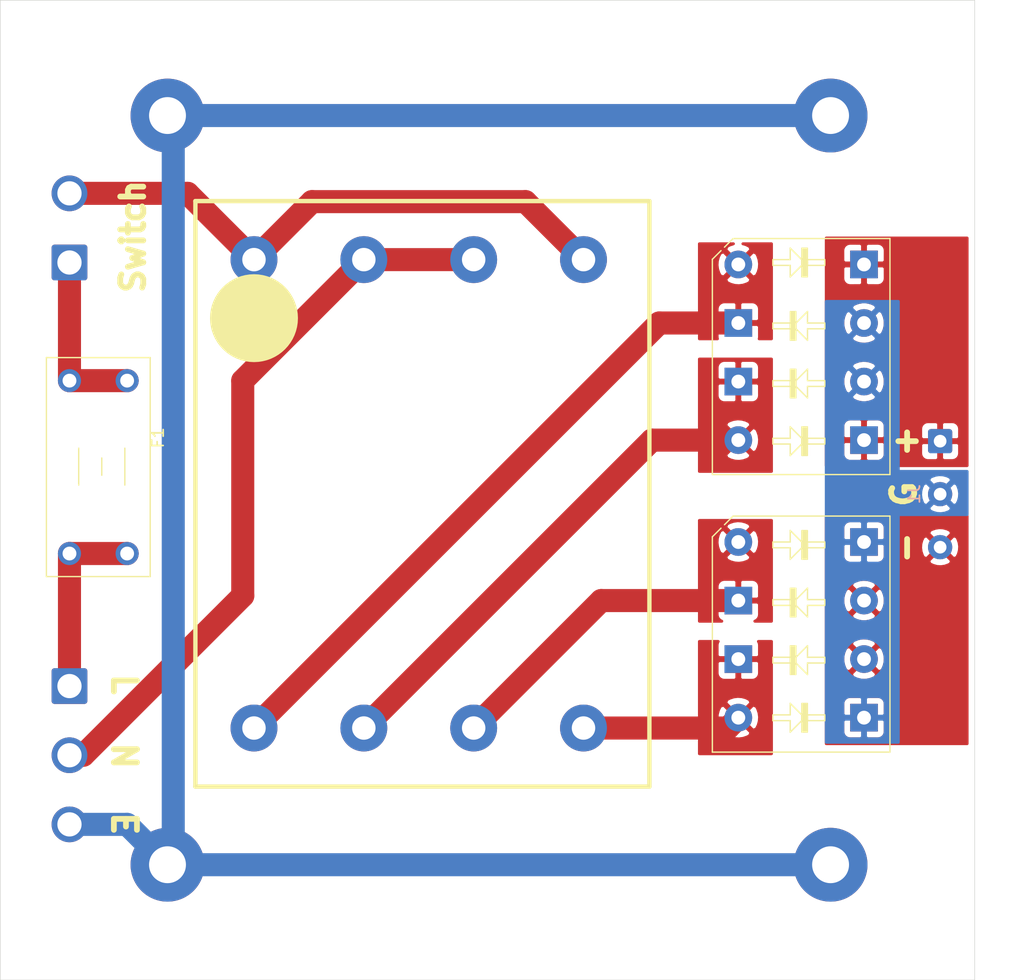
<source format=kicad_pcb>
(kicad_pcb (version 20171130) (host pcbnew "(5.1.9)-1")

  (general
    (thickness 1.6)
    (drawings 115)
    (tracks 29)
    (zones 0)
    (modules 11)
    (nets 13)
  )

  (page A4)
  (layers
    (0 F.Cu signal)
    (31 B.Cu power)
    (32 B.Adhes user)
    (33 F.Adhes user)
    (34 B.Paste user)
    (35 F.Paste user)
    (36 B.SilkS user)
    (37 F.SilkS user)
    (38 B.Mask user)
    (39 F.Mask user)
    (40 Dwgs.User user)
    (41 Cmts.User user)
    (42 Eco1.User user)
    (43 Eco2.User user)
    (44 Edge.Cuts user)
    (45 Margin user)
    (46 B.CrtYd user)
    (47 F.CrtYd user)
    (48 B.Fab user)
    (49 F.Fab user hide)
  )

  (setup
    (last_trace_width 2)
    (user_trace_width 2)
    (trace_clearance 0.2)
    (zone_clearance 0.508)
    (zone_45_only no)
    (trace_min 0.2)
    (via_size 0.8)
    (via_drill 0.4)
    (via_min_size 0.4)
    (via_min_drill 0.3)
    (uvia_size 0.3)
    (uvia_drill 0.1)
    (uvias_allowed no)
    (uvia_min_size 0.2)
    (uvia_min_drill 0.1)
    (edge_width 0.05)
    (segment_width 0.2)
    (pcb_text_width 0.3)
    (pcb_text_size 1.5 1.5)
    (mod_edge_width 0.12)
    (mod_text_size 1 1)
    (mod_text_width 0.15)
    (pad_size 6.4 6.4)
    (pad_drill 3.2)
    (pad_to_mask_clearance 0)
    (aux_axis_origin 0 0)
    (visible_elements 7FFFFFFF)
    (pcbplotparams
      (layerselection 0x010f0_ffffffff)
      (usegerberextensions true)
      (usegerberattributes false)
      (usegerberadvancedattributes false)
      (creategerberjobfile true)
      (excludeedgelayer true)
      (linewidth 0.100000)
      (plotframeref false)
      (viasonmask false)
      (mode 1)
      (useauxorigin false)
      (hpglpennumber 1)
      (hpglpenspeed 20)
      (hpglpendiameter 15.000000)
      (psnegative false)
      (psa4output false)
      (plotreference false)
      (plotvalue false)
      (plotinvisibletext false)
      (padsonsilk false)
      (subtractmaskfromsilk false)
      (outputformat 1)
      (mirror false)
      (drillshape 0)
      (scaleselection 1)
      (outputdirectory "gerber/"))
  )

  (net 0 "")
  (net 1 "Net-(F1-Pad1)")
  (net 2 "Net-(F1-Pad2)")
  (net 3 "Net-(P1-Pad2)")
  (net 4 Earth)
  (net 5 "Net-(SW1-Pad2)")
  (net 6 "Net-(D1-Pad2)")
  (net 7 "Net-(D1-Pad1)")
  (net 8 "Net-(D1-Pad4)")
  (net 9 "Net-(D1-Pad3)")
  (net 10 "Net-(D2-Pad2)")
  (net 11 "Net-(D2-Pad4)")
  (net 12 "Net-(D2-Pad3)")

  (net_class Default "This is the default net class."
    (clearance 0.2)
    (trace_width 0.25)
    (via_dia 0.8)
    (via_drill 0.4)
    (uvia_dia 0.3)
    (uvia_drill 0.1)
    (add_net Earth)
    (add_net "Net-(D1-Pad1)")
    (add_net "Net-(D1-Pad2)")
    (add_net "Net-(D1-Pad3)")
    (add_net "Net-(D1-Pad4)")
    (add_net "Net-(D2-Pad2)")
    (add_net "Net-(D2-Pad3)")
    (add_net "Net-(D2-Pad4)")
  )

  (net_class 115VAC ""
    (clearance 2)
    (trace_width 1)
    (via_dia 0.8)
    (via_drill 0.4)
    (uvia_dia 0.3)
    (uvia_drill 0.1)
    (add_net "Net-(F1-Pad1)")
    (add_net "Net-(F1-Pad2)")
    (add_net "Net-(P1-Pad2)")
    (add_net "Net-(SW1-Pad2)")
  )

  (module MountingHole:MountingHole_3.2mm_M3_Pad (layer F.Cu) (tedit 56D1B4CB) (tstamp 60690FA5)
    (at 130 135)
    (descr "Mounting Hole 3.2mm, M3")
    (tags "mounting hole 3.2mm m3")
    (path /606AA388)
    (attr virtual)
    (fp_text reference H4 (at 0 -4.2) (layer F.SilkS) hide
      (effects (font (size 1 1) (thickness 0.15)))
    )
    (fp_text value MountingHole_Pad (at 0 4.2) (layer F.Fab)
      (effects (font (size 1 1) (thickness 0.15)))
    )
    (fp_text user %R (at 0.3 0) (layer F.Fab)
      (effects (font (size 1 1) (thickness 0.15)))
    )
    (fp_circle (center 0 0) (end 3.2 0) (layer Cmts.User) (width 0.15))
    (fp_circle (center 0 0) (end 3.45 0) (layer F.CrtYd) (width 0.05))
    (pad 1 thru_hole circle (at 0 0) (size 6.4 6.4) (drill 3.2) (layers *.Cu *.Mask)
      (net 4 Earth))
  )

  (module MountingHole:MountingHole_3.2mm_M3_Pad (layer F.Cu) (tedit 56D1B4CB) (tstamp 60690F9D)
    (at 130 70)
    (descr "Mounting Hole 3.2mm, M3")
    (tags "mounting hole 3.2mm m3")
    (path /606AA075)
    (attr virtual)
    (fp_text reference H3 (at 0 -4.2) (layer F.SilkS) hide
      (effects (font (size 1 1) (thickness 0.15)))
    )
    (fp_text value MountingHole_Pad (at 0 4.2) (layer F.Fab)
      (effects (font (size 1 1) (thickness 0.15)))
    )
    (fp_text user %R (at 0.3 0) (layer F.Fab)
      (effects (font (size 1 1) (thickness 0.15)))
    )
    (fp_circle (center 0 0) (end 3.2 0) (layer Cmts.User) (width 0.15))
    (fp_circle (center 0 0) (end 3.45 0) (layer F.CrtYd) (width 0.05))
    (pad 1 thru_hole circle (at 0 0) (size 6.4 6.4) (drill 3.2) (layers *.Cu *.Mask)
      (net 4 Earth))
  )

  (module MountingHole:MountingHole_3.2mm_M3_Pad (layer F.Cu) (tedit 56D1B4CB) (tstamp 60690F95)
    (at 72.5 135)
    (descr "Mounting Hole 3.2mm, M3")
    (tags "mounting hole 3.2mm m3")
    (path /606A9A0D)
    (attr virtual)
    (fp_text reference H2 (at 0 -4.2) (layer F.SilkS) hide
      (effects (font (size 1 1) (thickness 0.15)))
    )
    (fp_text value MountingHole_Pad (at 0 4.2) (layer F.Fab)
      (effects (font (size 1 1) (thickness 0.15)))
    )
    (fp_text user %R (at 0.3 0) (layer F.Fab)
      (effects (font (size 1 1) (thickness 0.15)))
    )
    (fp_circle (center 0 0) (end 3.2 0) (layer Cmts.User) (width 0.15))
    (fp_circle (center 0 0) (end 3.45 0) (layer F.CrtYd) (width 0.05))
    (pad 1 thru_hole circle (at 0 0) (size 6.4 6.4) (drill 3.2) (layers *.Cu *.Mask)
      (net 4 Earth))
  )

  (module MountingHole:MountingHole_3.2mm_M3_Pad (layer F.Cu) (tedit 56D1B4CB) (tstamp 60690F8D)
    (at 72.5 70)
    (descr "Mounting Hole 3.2mm, M3")
    (tags "mounting hole 3.2mm m3")
    (path /606A8A09)
    (attr virtual)
    (fp_text reference H1 (at 0 -4.2) (layer F.SilkS) hide
      (effects (font (size 1 1) (thickness 0.15)))
    )
    (fp_text value MountingHole_Pad (at 0 4.2) (layer F.Fab)
      (effects (font (size 1 1) (thickness 0.15)))
    )
    (fp_text user %R (at 0.3 0) (layer F.Fab)
      (effects (font (size 1 1) (thickness 0.15)))
    )
    (fp_circle (center 0 0) (end 3.2 0) (layer Cmts.User) (width 0.15))
    (fp_circle (center 0 0) (end 3.45 0) (layer F.CrtYd) (width 0.05))
    (pad 1 thru_hole circle (at 0 0) (size 6.4 6.4) (drill 3.2) (layers *.Cu *.Mask)
      (net 4 Earth))
  )

  (module Transformer_THT:Transformer_Triad_FP24-250 (layer F.Cu) (tedit 6068A57E) (tstamp 604E10BA)
    (at 80 82.5 180)
    (descr "Transformator, Transformer, Flyback, Coilcraft Q4434-B, Rgombus T1311,")
    (tags "Transformator Transformer Flyback Coilcraft Q4434-B Rgombus T1311 ")
    (path /604F58EA)
    (fp_text reference T1 (at -13.9446 -21.1836) (layer F.SilkS) hide
      (effects (font (size 2.032 2.032) (thickness 0.2032)))
    )
    (fp_text value Transformer_2P_2S (at -12.7 7.62) (layer F.Fab)
      (effects (font (size 1 1) (thickness 0.15)))
    )
    (fp_text user %R (at -13.9446 -18.9738) (layer F.Fab)
      (effects (font (size 2.032 2.032) (thickness 0.2032)))
    )
    (fp_line (start -34.29 -45.72) (end 5.08 -45.72) (layer B.CrtYd) (width 0.12))
    (fp_line (start -34.29 5.08) (end -34.29 -45.72) (layer B.CrtYd) (width 0.12))
    (fp_line (start 5.08 5.08) (end -34.29 5.08) (layer B.CrtYd) (width 0.12))
    (fp_line (start 5.08 -45.72) (end 5.08 5.08) (layer B.CrtYd) (width 0.12))
    (fp_line (start -34.29 -45.72) (end 5.08 -45.72) (layer F.SilkS) (width 0.381))
    (fp_line (start -34.29 5.08) (end -34.29 -45.72) (layer F.SilkS) (width 0.381))
    (fp_line (start 5.08 5.08) (end -34.29 5.08) (layer F.SilkS) (width 0.381))
    (fp_line (start 5.08 -45.72) (end 5.08 5.08) (layer F.SilkS) (width 0.381))
    (fp_circle (center 0 -5.08) (end 0.00254 -5.08) (layer F.SilkS) (width 3.81))
    (pad 8 thru_hole circle (at -28.575 -40.64 180) (size 4.064 4.064) (drill 2.032) (layers *.Cu *.Mask)
      (net 11 "Net-(D2-Pad4)"))
    (pad 7 thru_hole circle (at -19.05 -40.64 180) (size 4.064 4.064) (drill 2.032) (layers *.Cu *.Mask)
      (net 12 "Net-(D2-Pad3)"))
    (pad 6 thru_hole circle (at -9.525 -40.64 180) (size 4.064 4.064) (drill 2.032) (layers *.Cu *.Mask)
      (net 8 "Net-(D1-Pad4)"))
    (pad 5 thru_hole circle (at 0 -40.64 180) (size 4.064 4.064) (drill 2.032) (layers *.Cu *.Mask)
      (net 9 "Net-(D1-Pad3)"))
    (pad 3 thru_hole circle (at -28.575 0 180) (size 4.064 4.064) (drill 2.032) (layers *.Cu *.Mask)
      (net 5 "Net-(SW1-Pad2)"))
    (pad 4 thru_hole circle (at -19.05 0 180) (size 4.064 4.064) (drill 2.032) (layers *.Cu *.Mask)
      (net 3 "Net-(P1-Pad2)"))
    (pad 2 thru_hole circle (at -9.525 0 180) (size 4.064 4.064) (drill 2.032) (layers *.Cu *.Mask)
      (net 3 "Net-(P1-Pad2)"))
    (pad 1 thru_hole circle (at 0 0 180) (size 4.064 4.064) (drill 2.032) (layers *.Cu *.Mask)
      (net 5 "Net-(SW1-Pad2)"))
    (model ${KISYS3DMOD}/Transformer_THT.3dshapes/Transformer_Coilcraft_Q4434-B_Rhombus-T1311.wrl
      (at (xyz 0 0 0))
      (scale (xyz 1 1 1))
      (rotate (xyz 0 0 0))
    )
  )

  (module Connector_Wire:SolderWire-1.5sqmm_1x03_P6mm_D1.7mm_OD3mm (layer F.Cu) (tedit 5EB70B43) (tstamp 604E1093)
    (at 64 119.5 270)
    (descr "Soldered wire connection, for 3 times 1.5 mm² wires, basic insulation, conductor diameter 1.7mm, outer diameter 3mm, size source Multi-Contact FLEXI-E 1.5 (https://ec.staubli.com/AcroFiles/Catalogues/TM_Cab-Main-11014119_(en)_hi.pdf), bend radius 3 times outer diameter, generated with kicad-footprint-generator")
    (tags "connector wire 1.5sqmm")
    (path /604F7647)
    (attr virtual)
    (fp_text reference P1 (at 6 -2.75 90) (layer F.SilkS) hide
      (effects (font (size 1 1) (thickness 0.15)))
    )
    (fp_text value Conn_WallPlug_Earth (at 6 2.75 90) (layer F.Fab)
      (effects (font (size 1 1) (thickness 0.15)))
    )
    (fp_line (start 14.25 -2.05) (end 9.75 -2.05) (layer F.CrtYd) (width 0.05))
    (fp_line (start 14.25 2.05) (end 14.25 -2.05) (layer F.CrtYd) (width 0.05))
    (fp_line (start 9.75 2.05) (end 14.25 2.05) (layer F.CrtYd) (width 0.05))
    (fp_line (start 9.75 -2.05) (end 9.75 2.05) (layer F.CrtYd) (width 0.05))
    (fp_line (start 8.25 -2.05) (end 3.75 -2.05) (layer F.CrtYd) (width 0.05))
    (fp_line (start 8.25 2.05) (end 8.25 -2.05) (layer F.CrtYd) (width 0.05))
    (fp_line (start 3.75 2.05) (end 8.25 2.05) (layer F.CrtYd) (width 0.05))
    (fp_line (start 3.75 -2.05) (end 3.75 2.05) (layer F.CrtYd) (width 0.05))
    (fp_line (start 2.25 -2.05) (end -2.25 -2.05) (layer F.CrtYd) (width 0.05))
    (fp_line (start 2.25 2.05) (end 2.25 -2.05) (layer F.CrtYd) (width 0.05))
    (fp_line (start -2.25 2.05) (end 2.25 2.05) (layer F.CrtYd) (width 0.05))
    (fp_line (start -2.25 -2.05) (end -2.25 2.05) (layer F.CrtYd) (width 0.05))
    (fp_circle (center 12 0) (end 13.5 0) (layer F.Fab) (width 0.1))
    (fp_circle (center 6 0) (end 7.5 0) (layer F.Fab) (width 0.1))
    (fp_circle (center 0 0) (end 1.5 0) (layer F.Fab) (width 0.1))
    (fp_text user %R (at 6 0 90) (layer F.Fab)
      (effects (font (size 0.75 0.75) (thickness 0.11)))
    )
    (pad 1 thru_hole roundrect (at 0 0 270) (size 3.1 3.1) (drill 2.1) (layers *.Cu *.Mask) (roundrect_rratio 0.08064483870967742)
      (net 2 "Net-(F1-Pad2)"))
    (pad 2 thru_hole circle (at 6 0 270) (size 3.1 3.1) (drill 2.1) (layers *.Cu *.Mask)
      (net 3 "Net-(P1-Pad2)"))
    (pad 3 thru_hole circle (at 12 0 270) (size 3.1 3.1) (drill 2.1) (layers *.Cu *.Mask)
      (net 4 Earth))
    (model ${KISYS3DMOD}/Connector_Wire.3dshapes/SolderWire-1.5sqmm_1x03_P6mm_D1.7mm_OD3mm.wrl
      (at (xyz 0 0 0))
      (scale (xyz 1 1 1))
      (rotate (xyz 0 0 0))
    )
  )

  (module Connector_Wire:SolderWire-0.5sqmm_1x03_P4.6mm_D0.9mm_OD2.1mm (layer B.Cu) (tedit 5EB70B43) (tstamp 604E2BD9)
    (at 139.5 98.25 270)
    (descr "Soldered wire connection, for 3 times 0.5 mm² wires, basic insulation, conductor diameter 0.9mm, outer diameter 2.1mm, size source Multi-Contact FLEXI-E 0.5 (https://ec.staubli.com/AcroFiles/Catalogues/TM_Cab-Main-11014119_(en)_hi.pdf), bend radius 3 times outer diameter, generated with kicad-footprint-generator")
    (tags "connector wire 0.5sqmm")
    (path /60540513)
    (attr virtual)
    (fp_text reference J1 (at 4.6 2.25 270) (layer B.SilkS)
      (effects (font (size 1 1) (thickness 0.15)) (justify mirror))
    )
    (fp_text value OUT (at 4.6 -15.1 270) (layer B.Fab) hide
      (effects (font (size 1 1) (thickness 0.15)) (justify mirror))
    )
    (fp_circle (center 0 0) (end 1.05 0) (layer B.Fab) (width 0.1))
    (fp_circle (center 4.6 0) (end 5.65 0) (layer B.Fab) (width 0.1))
    (fp_circle (center 9.2 0) (end 10.25 0) (layer B.Fab) (width 0.1))
    (fp_line (start -1.8 1.55) (end -1.8 -1.55) (layer B.CrtYd) (width 0.05))
    (fp_line (start -1.8 -1.55) (end 1.8 -1.55) (layer B.CrtYd) (width 0.05))
    (fp_line (start 1.8 -1.55) (end 1.8 1.55) (layer B.CrtYd) (width 0.05))
    (fp_line (start 1.8 1.55) (end -1.8 1.55) (layer B.CrtYd) (width 0.05))
    (fp_line (start 2.8 1.55) (end 2.8 -1.55) (layer B.CrtYd) (width 0.05))
    (fp_line (start 2.8 -1.55) (end 6.4 -1.55) (layer B.CrtYd) (width 0.05))
    (fp_line (start 6.4 -1.55) (end 6.4 1.55) (layer B.CrtYd) (width 0.05))
    (fp_line (start 6.4 1.55) (end 2.8 1.55) (layer B.CrtYd) (width 0.05))
    (fp_line (start 7.4 1.55) (end 7.4 -1.55) (layer B.CrtYd) (width 0.05))
    (fp_line (start 7.4 -1.55) (end 11 -1.55) (layer B.CrtYd) (width 0.05))
    (fp_line (start 11 -1.55) (end 11 1.55) (layer B.CrtYd) (width 0.05))
    (fp_line (start 11 1.55) (end 7.4 1.55) (layer B.CrtYd) (width 0.05))
    (fp_text user %R (at 4.6 -6.3) (layer B.Fab)
      (effects (font (size 1 1) (thickness 0.15)) (justify mirror))
    )
    (pad 3 thru_hole circle (at 9.2 0 270) (size 2.1 2.1) (drill 1.1) (layers *.Cu *.Mask)
      (net 10 "Net-(D2-Pad2)"))
    (pad 2 thru_hole circle (at 4.6 0 270) (size 2.1 2.1) (drill 1.1) (layers *.Cu *.Mask)
      (net 6 "Net-(D1-Pad2)"))
    (pad 1 thru_hole roundrect (at 0 0 270) (size 2.1 2.1) (drill 1.1) (layers *.Cu *.Mask) (roundrect_rratio 0.1190471428571429)
      (net 7 "Net-(D1-Pad1)"))
    (model ${KISYS3DMOD}/Connector_Wire.3dshapes/SolderWire-0.5sqmm_1x03_P4.6mm_D0.9mm_OD2.1mm.wrl
      (at (xyz 0 0 0))
      (scale (xyz 1 1 1))
      (rotate (xyz 0 0 0))
    )
  )

  (module Diode_THT:Diode_Bridge_15.1x15.1x6.3mm_P10.9mm (layer F.Cu) (tedit 604DB08A) (tstamp 604E2B3E)
    (at 122 107)
    (descr "Single phase bridge rectifier case 15.1x15.1mm, pitch 10.9mm, see https://diotec.com/tl_files/diotec/files/pdf/datasheets/pb1000.pdf")
    (tags "Diode Bridge PB10xxS")
    (path /6053E87C)
    (fp_text reference D2 (at 5.2 14.3 180) (layer F.SilkS) hide
      (effects (font (size 1 1) (thickness 0.15)))
    )
    (fp_text value D_Bridge_+-AA (at 5.2 -3.2 180) (layer F.Fab)
      (effects (font (size 1 1) (thickness 0.15)))
    )
    (fp_line (start -2.1 -0.45) (end -0.45 -2.1) (layer F.Fab) (width 0.12))
    (fp_line (start -0.45 -2.1) (end 13 -2.1) (layer F.Fab) (width 0.12))
    (fp_line (start 13 -2.1) (end 13 18.08) (layer F.Fab) (width 0.12))
    (fp_line (start 13 18.08) (end -2.1 18.08) (layer F.Fab) (width 0.12))
    (fp_line (start -2.1 18.08) (end -2.1 -0.45) (layer F.Fab) (width 0.12))
    (fp_line (start 13.3 -2.35) (end 13.3 18.38) (layer F.CrtYd) (width 0.05))
    (fp_line (start 13.3 18.38) (end -2.35 18.38) (layer F.CrtYd) (width 0.05))
    (fp_line (start -2.35 18.38) (end -2.35 -0.5) (layer F.CrtYd) (width 0.05))
    (fp_line (start -2.35 -0.5) (end -0.5 -2.35) (layer F.CrtYd) (width 0.05))
    (fp_line (start -0.5 -2.35) (end 13.3 -2.35) (layer F.CrtYd) (width 0.05))
    (fp_line (start -2.25 -0.45) (end -1.5 -1.2) (layer F.SilkS) (width 0.12))
    (fp_line (start -1.2 -1.5) (end -0.45 -2.25) (layer F.SilkS) (width 0.12))
    (fp_line (start -0.45 -2.25) (end 13.15 -2.25) (layer F.SilkS) (width 0.12))
    (fp_line (start 13.15 -2.25) (end 13.15 18.23) (layer F.SilkS) (width 0.12))
    (fp_line (start 13.15 18.23) (end -2.25 18.23) (layer F.SilkS) (width 0.12))
    (fp_line (start -2.25 18.23) (end -2.25 -0.45) (layer F.SilkS) (width 0.12))
    (fp_text user %R (at 5.2 5.415 180) (layer F.Fab)
      (effects (font (size 1 1) (thickness 0.15)))
    )
    (pad 4 thru_hole circle (at 0 15.24 180) (size 2.4 2.4) (drill 1.2) (layers *.Cu *.Mask)
      (net 11 "Net-(D2-Pad4)"))
    (pad 1 thru_hole rect (at 10.9 15.24 180) (size 2.4 2.4) (drill 1.2) (layers *.Cu *.Mask)
      (net 6 "Net-(D1-Pad2)"))
    (pad 4 thru_hole rect (at 0 10.16 180) (size 2.4 2.4) (drill 1.2) (layers *.Cu *.Mask)
      (net 11 "Net-(D2-Pad4)"))
    (pad 2 thru_hole circle (at 10.9 10.16 180) (size 2.4 2.4) (drill 1.2) (layers *.Cu *.Mask)
      (net 10 "Net-(D2-Pad2)"))
    (pad 2 thru_hole circle (at 10.9 5.08 180) (size 2.4 2.4) (drill 1.2) (layers *.Cu *.Mask)
      (net 10 "Net-(D2-Pad2)"))
    (pad 3 thru_hole rect (at 0 5.08 180) (size 2.4 2.4) (drill 1.2) (layers *.Cu *.Mask)
      (net 12 "Net-(D2-Pad3)"))
    (pad 3 thru_hole circle (at 0 0 180) (size 2.4 2.4) (drill 1.2) (layers *.Cu *.Mask)
      (net 12 "Net-(D2-Pad3)"))
    (pad 1 thru_hole rect (at 10.9 0 180) (size 2.4 2.4) (drill 1.2) (layers *.Cu *.Mask)
      (net 6 "Net-(D1-Pad2)"))
    (model ${KISYS3DMOD}/Diode_THT.3dshapes/Diode_Bridge_15.1x15.1x6.3mm_P10.9mm.wrl
      (at (xyz 0 0 0))
      (scale (xyz 1 1 1))
      (rotate (xyz 0 0 0))
    )
  )

  (module Diode_THT:Diode_Bridge_15.1x15.1x6.3mm_P10.9mm (layer F.Cu) (tedit 604DB08A) (tstamp 604E2B25)
    (at 122 82.92)
    (descr "Single phase bridge rectifier case 15.1x15.1mm, pitch 10.9mm, see https://diotec.com/tl_files/diotec/files/pdf/datasheets/pb1000.pdf")
    (tags "Diode Bridge PB10xxS")
    (path /6053CA42)
    (fp_text reference D1 (at 5.2 14.3 180) (layer F.SilkS) hide
      (effects (font (size 1 1) (thickness 0.15)))
    )
    (fp_text value D_Bridge_+-AA (at 5.2 -3.2 180) (layer F.Fab)
      (effects (font (size 1 1) (thickness 0.15)))
    )
    (fp_line (start -2.1 -0.45) (end -0.45 -2.1) (layer F.Fab) (width 0.12))
    (fp_line (start -0.45 -2.1) (end 13 -2.1) (layer F.Fab) (width 0.12))
    (fp_line (start 13 -2.1) (end 13 18.08) (layer F.Fab) (width 0.12))
    (fp_line (start 13 18.08) (end -2.1 18.08) (layer F.Fab) (width 0.12))
    (fp_line (start -2.1 18.08) (end -2.1 -0.45) (layer F.Fab) (width 0.12))
    (fp_line (start 13.3 -2.35) (end 13.3 18.38) (layer F.CrtYd) (width 0.05))
    (fp_line (start 13.3 18.38) (end -2.35 18.38) (layer F.CrtYd) (width 0.05))
    (fp_line (start -2.35 18.38) (end -2.35 -0.5) (layer F.CrtYd) (width 0.05))
    (fp_line (start -2.35 -0.5) (end -0.5 -2.35) (layer F.CrtYd) (width 0.05))
    (fp_line (start -0.5 -2.35) (end 13.3 -2.35) (layer F.CrtYd) (width 0.05))
    (fp_line (start -2.25 -0.45) (end -1.5 -1.2) (layer F.SilkS) (width 0.12))
    (fp_line (start -1.2 -1.5) (end -0.45 -2.25) (layer F.SilkS) (width 0.12))
    (fp_line (start -0.45 -2.25) (end 13.15 -2.25) (layer F.SilkS) (width 0.12))
    (fp_line (start 13.15 -2.25) (end 13.15 18.23) (layer F.SilkS) (width 0.12))
    (fp_line (start 13.15 18.23) (end -2.25 18.23) (layer F.SilkS) (width 0.12))
    (fp_line (start -2.25 18.23) (end -2.25 -0.45) (layer F.SilkS) (width 0.12))
    (fp_text user %R (at 5.2 5.415 180) (layer F.Fab)
      (effects (font (size 1 1) (thickness 0.15)))
    )
    (pad 4 thru_hole circle (at 0 15.24 180) (size 2.4 2.4) (drill 1.2) (layers *.Cu *.Mask)
      (net 8 "Net-(D1-Pad4)"))
    (pad 1 thru_hole rect (at 10.9 15.24 180) (size 2.4 2.4) (drill 1.2) (layers *.Cu *.Mask)
      (net 7 "Net-(D1-Pad1)"))
    (pad 4 thru_hole rect (at 0 10.16 180) (size 2.4 2.4) (drill 1.2) (layers *.Cu *.Mask)
      (net 8 "Net-(D1-Pad4)"))
    (pad 2 thru_hole circle (at 10.9 10.16 180) (size 2.4 2.4) (drill 1.2) (layers *.Cu *.Mask)
      (net 6 "Net-(D1-Pad2)"))
    (pad 2 thru_hole circle (at 10.9 5.08 180) (size 2.4 2.4) (drill 1.2) (layers *.Cu *.Mask)
      (net 6 "Net-(D1-Pad2)"))
    (pad 3 thru_hole rect (at 0 5.08 180) (size 2.4 2.4) (drill 1.2) (layers *.Cu *.Mask)
      (net 9 "Net-(D1-Pad3)"))
    (pad 3 thru_hole circle (at 0 0 180) (size 2.4 2.4) (drill 1.2) (layers *.Cu *.Mask)
      (net 9 "Net-(D1-Pad3)"))
    (pad 1 thru_hole rect (at 10.9 0 180) (size 2.4 2.4) (drill 1.2) (layers *.Cu *.Mask)
      (net 7 "Net-(D1-Pad1)"))
    (model ${KISYS3DMOD}/Diode_THT.3dshapes/Diode_Bridge_15.1x15.1x6.3mm_P10.9mm.wrl
      (at (xyz 0 0 0))
      (scale (xyz 1 1 1))
      (rotate (xyz 0 0 0))
    )
  )

  (module Fuse:Fuseholder_5x20mm_DualClip (layer F.Cu) (tedit 604D93C7) (tstamp 604E105F)
    (at 69 93 270)
    (descr "fuse holder, fuse clip, 5x20mm, https://www.mouser.com/datasheet/2/358/typ_OG__Clip__5x20-2553.pdf")
    (tags "fuse clip 5x20 holder")
    (path /604F8F92)
    (fp_text reference F1 (at 4.96 -2.67 90) (layer F.SilkS)
      (effects (font (size 1 1) (thickness 0.15)))
    )
    (fp_text value Fuse (at 7 8 90) (layer F.Fab)
      (effects (font (size 1 1) (thickness 0.15)))
    )
    (fp_line (start -2 -2) (end -2 7) (layer F.Fab) (width 0.1))
    (fp_line (start -2 7) (end 17 7) (layer F.Fab) (width 0.1))
    (fp_line (start 17 7) (end 17 -2) (layer F.Fab) (width 0.1))
    (fp_line (start 17 -2) (end -2 -2) (layer F.Fab) (width 0.1))
    (fp_line (start -2 -2) (end -2 7) (layer F.SilkS) (width 0.12))
    (fp_line (start -2 7) (end 17 7) (layer F.SilkS) (width 0.12))
    (fp_line (start 17 7) (end 17 -2) (layer F.SilkS) (width 0.12))
    (fp_line (start 17 -2) (end -2 -2) (layer F.SilkS) (width 0.12))
    (fp_line (start 6.71 2.2) (end 8.21 2.2) (layer F.SilkS) (width 0.12))
    (fp_line (start 9.06 4.2) (end 5.86 4.2) (layer F.SilkS) (width 0.12))
    (fp_line (start 5.86 0.2) (end 9.06 0.2) (layer F.SilkS) (width 0.12))
    (fp_line (start -2 -2) (end -2 7) (layer F.CrtYd) (width 0.05))
    (fp_line (start -2 7) (end 17 7) (layer F.CrtYd) (width 0.05))
    (fp_line (start 17 7) (end 17 -2) (layer F.CrtYd) (width 0.05))
    (fp_line (start 17 -2) (end -2 -2) (layer F.CrtYd) (width 0.05))
    (fp_text user %R (at 7.46 2.2 90) (layer F.Fab)
      (effects (font (size 1 1) (thickness 0.15)))
    )
    (pad 1 thru_hole circle (at 0 0 270) (size 2 2) (drill 1.2) (layers *.Cu *.Mask)
      (net 1 "Net-(F1-Pad1)"))
    (pad 1 thru_hole circle (at 0 5 270) (size 2 2) (drill 1.2) (layers *.Cu *.Mask)
      (net 1 "Net-(F1-Pad1)"))
    (pad 2 thru_hole circle (at 15 5 270) (size 2 2) (drill 1.2) (layers *.Cu *.Mask)
      (net 2 "Net-(F1-Pad2)"))
    (pad 2 thru_hole circle (at 15 0 270) (size 2 2) (drill 1.2) (layers *.Cu *.Mask)
      (net 2 "Net-(F1-Pad2)"))
    (model ${KISYS3DMOD}/Fuse.3dshapes/Fuseholder_Blade_Mini_Keystone_3568.wrl
      (at (xyz 0 0 0))
      (scale (xyz 1 1 1))
      (rotate (xyz 0 0 0))
    )
  )

  (module Connector_Wire:SolderWire-1.5sqmm_1x02_P6mm_D1.7mm_OD3mm (layer F.Cu) (tedit 5EB70B43) (tstamp 604E10A4)
    (at 64 82.75 90)
    (descr "Soldered wire connection, for 2 times 1.5 mm² wires, basic insulation, conductor diameter 1.7mm, outer diameter 3mm, size source Multi-Contact FLEXI-E 1.5 (https://ec.staubli.com/AcroFiles/Catalogues/TM_Cab-Main-11014119_(en)_hi.pdf), bend radius 3 times outer diameter, generated with kicad-footprint-generator")
    (tags "connector wire 1.5sqmm")
    (path /604FA30E)
    (attr virtual)
    (fp_text reference SW1 (at 3 -2.75 90) (layer F.SilkS) hide
      (effects (font (size 1 1) (thickness 0.15)))
    )
    (fp_text value SW_SPST (at 3 2.75 90) (layer F.Fab)
      (effects (font (size 1 1) (thickness 0.15)))
    )
    (fp_line (start 8.25 -2.05) (end 3.75 -2.05) (layer F.CrtYd) (width 0.05))
    (fp_line (start 8.25 2.05) (end 8.25 -2.05) (layer F.CrtYd) (width 0.05))
    (fp_line (start 3.75 2.05) (end 8.25 2.05) (layer F.CrtYd) (width 0.05))
    (fp_line (start 3.75 -2.05) (end 3.75 2.05) (layer F.CrtYd) (width 0.05))
    (fp_line (start 2.25 -2.05) (end -2.25 -2.05) (layer F.CrtYd) (width 0.05))
    (fp_line (start 2.25 2.05) (end 2.25 -2.05) (layer F.CrtYd) (width 0.05))
    (fp_line (start -2.25 2.05) (end 2.25 2.05) (layer F.CrtYd) (width 0.05))
    (fp_line (start -2.25 -2.05) (end -2.25 2.05) (layer F.CrtYd) (width 0.05))
    (fp_circle (center 6 0) (end 7.5 0) (layer F.Fab) (width 0.1))
    (fp_circle (center 0 0) (end 1.5 0) (layer F.Fab) (width 0.1))
    (fp_text user %R (at 3 0) (layer F.Fab)
      (effects (font (size 1 1) (thickness 0.15)))
    )
    (pad 1 thru_hole roundrect (at 0 0 90) (size 3.1 3.1) (drill 2.1) (layers *.Cu *.Mask) (roundrect_rratio 0.08064483870967742)
      (net 1 "Net-(F1-Pad1)"))
    (pad 2 thru_hole circle (at 6 0 90) (size 3.1 3.1) (drill 2.1) (layers *.Cu *.Mask)
      (net 5 "Net-(SW1-Pad2)"))
    (model ${KISYS3DMOD}/Connector_Wire.3dshapes/SolderWire-1.5sqmm_1x02_P6mm_D1.7mm_OD3mm.wrl
      (at (xyz 0 0 0))
      (scale (xyz 1 1 1))
      (rotate (xyz 0 0 0))
    )
  )

  (gr_text Switch (at 69.5 80.5 90) (layer F.SilkS) (tstamp 60690A7A)
    (effects (font (size 2 2) (thickness 0.5)))
  )
  (gr_line (start 125 112) (end 126.5 112) (layer F.SilkS) (width 0.12) (tstamp 60690929))
  (gr_line (start 128 112) (end 128 111) (layer F.SilkS) (width 0.12) (tstamp 60690928))
  (gr_line (start 128 111) (end 127 112) (layer F.SilkS) (width 0.12) (tstamp 60690927))
  (gr_line (start 126.5 112.5) (end 125 112.5) (layer F.SilkS) (width 0.12) (tstamp 60690926))
  (gr_line (start 127 112) (end 127 112.5) (layer F.SilkS) (width 0.12) (tstamp 60690925))
  (gr_line (start 127 112.5) (end 128 113.5) (layer F.SilkS) (width 0.12) (tstamp 60690924))
  (gr_line (start 125 112.5) (end 125 112) (layer F.SilkS) (width 0.12) (tstamp 60690923))
  (gr_line (start 129.5 112.5) (end 129.5 112) (layer F.SilkS) (width 0.12) (tstamp 60690922))
  (gr_line (start 128 112.5) (end 129.5 112.5) (layer F.SilkS) (width 0.12) (tstamp 60690921))
  (gr_poly (pts (xy 126.5 111) (xy 127 111) (xy 127 113.5) (xy 126.5 113.5)) (layer F.SilkS) (width 0.1) (tstamp 60690920))
  (gr_line (start 129.5 112) (end 128 112) (layer F.SilkS) (width 0.12) (tstamp 6069091F))
  (gr_line (start 126.5 112) (end 126.5 112.5) (layer F.SilkS) (width 0.12) (tstamp 6069091E))
  (gr_line (start 128 113.5) (end 128 112.5) (layer F.SilkS) (width 0.12) (tstamp 6069091D))
  (gr_line (start 128 116) (end 127 117) (layer F.SilkS) (width 0.12) (tstamp 606908F5))
  (gr_line (start 126.5 117.5) (end 125 117.5) (layer F.SilkS) (width 0.12) (tstamp 606908F4))
  (gr_line (start 127 117) (end 127 117.5) (layer F.SilkS) (width 0.12) (tstamp 606908F3))
  (gr_line (start 127 117.5) (end 128 118.5) (layer F.SilkS) (width 0.12) (tstamp 606908F2))
  (gr_line (start 129.5 117.5) (end 129.5 117) (layer F.SilkS) (width 0.12) (tstamp 606908F1))
  (gr_line (start 126.5 117) (end 126.5 117.5) (layer F.SilkS) (width 0.12) (tstamp 606908F0))
  (gr_line (start 128 117) (end 128 116) (layer F.SilkS) (width 0.12) (tstamp 606908EF))
  (gr_poly (pts (xy 126.5 116) (xy 127 116) (xy 127 118.5) (xy 126.5 118.5)) (layer F.SilkS) (width 0.1) (tstamp 606908EE))
  (gr_line (start 125 117) (end 126.5 117) (layer F.SilkS) (width 0.12) (tstamp 606908ED))
  (gr_line (start 128 118.5) (end 128 117.5) (layer F.SilkS) (width 0.12) (tstamp 606908EC))
  (gr_line (start 129.5 117) (end 128 117) (layer F.SilkS) (width 0.12) (tstamp 606908EB))
  (gr_line (start 128 117.5) (end 129.5 117.5) (layer F.SilkS) (width 0.12) (tstamp 606908EA))
  (gr_line (start 125 117.5) (end 125 117) (layer F.SilkS) (width 0.12) (tstamp 606908E9))
  (gr_line (start 125 122) (end 125 122.5) (layer F.SilkS) (width 0.12) (tstamp 606908DB))
  (gr_line (start 128 122) (end 129.5 122) (layer F.SilkS) (width 0.12) (tstamp 606908DA))
  (gr_line (start 126.5 121) (end 126.5 122) (layer F.SilkS) (width 0.12) (tstamp 606908D9))
  (gr_line (start 125 122.5) (end 126.5 122.5) (layer F.SilkS) (width 0.12) (tstamp 606908D8))
  (gr_line (start 127.5 122) (end 126.5 121) (layer F.SilkS) (width 0.12) (tstamp 606908D7))
  (gr_line (start 126.5 122) (end 125 122) (layer F.SilkS) (width 0.12) (tstamp 606908D6))
  (gr_line (start 128 122.5) (end 128 122) (layer F.SilkS) (width 0.12) (tstamp 606908D5))
  (gr_line (start 126.5 122.5) (end 126.5 123.5) (layer F.SilkS) (width 0.12) (tstamp 606908D4))
  (gr_line (start 126.5 123.5) (end 127.5 122.5) (layer F.SilkS) (width 0.12) (tstamp 606908D3))
  (gr_poly (pts (xy 128 123.5) (xy 127.5 123.5) (xy 127.5 121) (xy 128 121)) (layer F.SilkS) (width 0.1) (tstamp 606908D2))
  (gr_line (start 127.5 122.5) (end 127.5 122) (layer F.SilkS) (width 0.12) (tstamp 606908D1))
  (gr_line (start 129.5 122) (end 129.5 122.5) (layer F.SilkS) (width 0.12) (tstamp 606908D0))
  (gr_line (start 129.5 122.5) (end 128 122.5) (layer F.SilkS) (width 0.12) (tstamp 606908CF))
  (gr_line (start 126.5 106) (end 126.5 107) (layer F.SilkS) (width 0.12) (tstamp 606908C1))
  (gr_line (start 125 107.5) (end 126.5 107.5) (layer F.SilkS) (width 0.12) (tstamp 606908C0))
  (gr_line (start 125 107) (end 125 107.5) (layer F.SilkS) (width 0.12) (tstamp 606908BF))
  (gr_line (start 129.5 107) (end 129.5 107.5) (layer F.SilkS) (width 0.12) (tstamp 606908BE))
  (gr_line (start 126.5 107.5) (end 126.5 108.5) (layer F.SilkS) (width 0.12) (tstamp 606908BD))
  (gr_line (start 128 107) (end 129.5 107) (layer F.SilkS) (width 0.12) (tstamp 606908BC))
  (gr_line (start 126.5 108.5) (end 127.5 107.5) (layer F.SilkS) (width 0.12) (tstamp 606908BB))
  (gr_line (start 128 107.5) (end 128 107) (layer F.SilkS) (width 0.12) (tstamp 606908BA))
  (gr_line (start 127.5 107) (end 126.5 106) (layer F.SilkS) (width 0.12) (tstamp 606908B9))
  (gr_line (start 129.5 107.5) (end 128 107.5) (layer F.SilkS) (width 0.12) (tstamp 606908B8))
  (gr_line (start 127.5 107.5) (end 127.5 107) (layer F.SilkS) (width 0.12) (tstamp 606908B7))
  (gr_line (start 126.5 107) (end 125 107) (layer F.SilkS) (width 0.12) (tstamp 606908B6))
  (gr_poly (pts (xy 128 108.5) (xy 127.5 108.5) (xy 127.5 106) (xy 128 106)) (layer F.SilkS) (width 0.1) (tstamp 606908B5))
  (gr_line (start 127 93.5) (end 128 94.5) (layer F.SilkS) (width 0.12) (tstamp 606908A7))
  (gr_line (start 129.5 93.5) (end 129.5 93) (layer F.SilkS) (width 0.12) (tstamp 606908A6))
  (gr_line (start 129.5 93) (end 128 93) (layer F.SilkS) (width 0.12) (tstamp 606908A5))
  (gr_line (start 128 94.5) (end 128 93.5) (layer F.SilkS) (width 0.12) (tstamp 606908A4))
  (gr_line (start 126.5 93.5) (end 125 93.5) (layer F.SilkS) (width 0.12) (tstamp 606908A3))
  (gr_poly (pts (xy 126.5 92) (xy 127 92) (xy 127 94.5) (xy 126.5 94.5)) (layer F.SilkS) (width 0.1) (tstamp 606908A2))
  (gr_line (start 128 93) (end 128 92) (layer F.SilkS) (width 0.12) (tstamp 606908A1))
  (gr_line (start 126.5 93) (end 126.5 93.5) (layer F.SilkS) (width 0.12) (tstamp 606908A0))
  (gr_line (start 128 93.5) (end 129.5 93.5) (layer F.SilkS) (width 0.12) (tstamp 6069089F))
  (gr_line (start 128 92) (end 127 93) (layer F.SilkS) (width 0.12) (tstamp 6069089E))
  (gr_line (start 125 93) (end 126.5 93) (layer F.SilkS) (width 0.12) (tstamp 6069089D))
  (gr_line (start 125 93.5) (end 125 93) (layer F.SilkS) (width 0.12) (tstamp 6069089C))
  (gr_line (start 127 93) (end 127 93.5) (layer F.SilkS) (width 0.12) (tstamp 6069089B))
  (gr_line (start 125 88.5) (end 125 88) (layer F.SilkS) (width 0.12) (tstamp 60690873))
  (gr_line (start 126.5 88) (end 126.5 88.5) (layer F.SilkS) (width 0.12) (tstamp 60690872))
  (gr_line (start 128 88.5) (end 129.5 88.5) (layer F.SilkS) (width 0.12) (tstamp 60690871))
  (gr_line (start 127 88) (end 127 88.5) (layer F.SilkS) (width 0.12) (tstamp 60690870))
  (gr_line (start 127 88.5) (end 128 89.5) (layer F.SilkS) (width 0.12) (tstamp 6069086F))
  (gr_line (start 128 87) (end 127 88) (layer F.SilkS) (width 0.12) (tstamp 6069086E))
  (gr_line (start 129.5 88.5) (end 129.5 88) (layer F.SilkS) (width 0.12) (tstamp 6069086D))
  (gr_line (start 126.5 88.5) (end 125 88.5) (layer F.SilkS) (width 0.12) (tstamp 6069086C))
  (gr_line (start 129.5 88) (end 128 88) (layer F.SilkS) (width 0.12) (tstamp 6069086B))
  (gr_poly (pts (xy 126.5 87) (xy 127 87) (xy 127 89.5) (xy 126.5 89.5)) (layer F.SilkS) (width 0.1) (tstamp 6069086A))
  (gr_line (start 128 89.5) (end 128 88.5) (layer F.SilkS) (width 0.12) (tstamp 60690869))
  (gr_line (start 125 88) (end 126.5 88) (layer F.SilkS) (width 0.12) (tstamp 60690868))
  (gr_line (start 128 88) (end 128 87) (layer F.SilkS) (width 0.12) (tstamp 60690867))
  (gr_line (start 126.5 81.5) (end 126.5 82.5) (layer F.SilkS) (width 0.12) (tstamp 60690859))
  (gr_line (start 125 83) (end 126.5 83) (layer F.SilkS) (width 0.12) (tstamp 60690858))
  (gr_line (start 125 82.5) (end 125 83) (layer F.SilkS) (width 0.12) (tstamp 60690857))
  (gr_line (start 129.5 82.5) (end 129.5 83) (layer F.SilkS) (width 0.12) (tstamp 60690856))
  (gr_line (start 126.5 83) (end 126.5 84) (layer F.SilkS) (width 0.12) (tstamp 60690855))
  (gr_line (start 128 82.5) (end 129.5 82.5) (layer F.SilkS) (width 0.12) (tstamp 60690854))
  (gr_line (start 126.5 84) (end 127.5 83) (layer F.SilkS) (width 0.12) (tstamp 60690853))
  (gr_line (start 128 83) (end 128 82.5) (layer F.SilkS) (width 0.12) (tstamp 60690852))
  (gr_line (start 127.5 82.5) (end 126.5 81.5) (layer F.SilkS) (width 0.12) (tstamp 60690851))
  (gr_line (start 129.5 83) (end 128 83) (layer F.SilkS) (width 0.12) (tstamp 60690850))
  (gr_line (start 127.5 83) (end 127.5 82.5) (layer F.SilkS) (width 0.12) (tstamp 6069084F))
  (gr_line (start 126.5 82.5) (end 125 82.5) (layer F.SilkS) (width 0.12) (tstamp 6069084E))
  (gr_poly (pts (xy 128 84) (xy 127.5 84) (xy 127.5 81.5) (xy 128 81.5)) (layer F.SilkS) (width 0.1) (tstamp 6069084D))
  (gr_poly (pts (xy 128 99.5) (xy 127.5 99.5) (xy 127.5 97) (xy 128 97)) (layer F.SilkS) (width 0.1))
  (gr_line (start 128 98.5) (end 128 98) (layer F.SilkS) (width 0.12) (tstamp 60690795))
  (gr_line (start 129.5 98.5) (end 128 98.5) (layer F.SilkS) (width 0.12))
  (gr_line (start 129.5 98) (end 129.5 98.5) (layer F.SilkS) (width 0.12))
  (gr_line (start 128 98) (end 129.5 98) (layer F.SilkS) (width 0.12))
  (gr_line (start 126.5 98) (end 125 98) (layer F.SilkS) (width 0.12) (tstamp 60690794))
  (gr_line (start 126.5 97) (end 126.5 98) (layer F.SilkS) (width 0.12))
  (gr_line (start 127.5 98) (end 126.5 97) (layer F.SilkS) (width 0.12))
  (gr_line (start 127.5 98.5) (end 127.5 98) (layer F.SilkS) (width 0.12))
  (gr_line (start 126.5 99.5) (end 127.5 98.5) (layer F.SilkS) (width 0.12))
  (gr_line (start 126.5 98.5) (end 126.5 99.5) (layer F.SilkS) (width 0.12))
  (gr_line (start 125 98.5) (end 126.5 98.5) (layer F.SilkS) (width 0.12))
  (gr_line (start 125 98) (end 125 98.5) (layer F.SilkS) (width 0.12))
  (gr_text G (at 136.35 102.85 90) (layer F.SilkS) (tstamp 60501C4D)
    (effects (font (size 2 2) (thickness 0.5)))
  )
  (gr_text - (at 136.5 107.5 90) (layer F.SilkS) (tstamp 60501C42)
    (effects (font (size 2 2) (thickness 0.5)))
  )
  (gr_text + (at 136.5 98.25 90) (layer F.SilkS) (tstamp 60501C2C)
    (effects (font (size 2 2) (thickness 0.5)))
  )
  (gr_text E (at 68.75 131.45 -90) (layer F.SilkS) (tstamp 604E1A4B)
    (effects (font (size 2 2) (thickness 0.5)))
  )
  (gr_text N (at 68.75 125.55 -90) (layer F.SilkS) (tstamp 604E1A41)
    (effects (font (size 2 2) (thickness 0.5)))
  )
  (gr_text L (at 68.75 119.35 -90) (layer F.SilkS)
    (effects (font (size 2 2) (thickness 0.5)))
  )
  (gr_line (start 142.5 145) (end 58 145) (layer Edge.Cuts) (width 0.05) (tstamp 604E17B2))
  (gr_line (start 142.5 60) (end 142.5 145) (layer Edge.Cuts) (width 0.05))
  (gr_line (start 58 60) (end 142.5 60) (layer Edge.Cuts) (width 0.05))
  (gr_line (start 58 145) (end 58 60) (layer Edge.Cuts) (width 0.05))

  (segment (start 64 93) (end 69 93) (width 2) (layer F.Cu) (net 1))
  (segment (start 64 82.75) (end 64 93) (width 2) (layer F.Cu) (net 1))
  (segment (start 64 119.5) (end 64 108) (width 2) (layer F.Cu) (net 2))
  (segment (start 64 108) (end 69 108) (width 2) (layer F.Cu) (net 2))
  (segment (start 89.525 82.5) (end 79.025 93) (width 2) (layer F.Cu) (net 3))
  (segment (start 65.19621 125.5) (end 64 125.5) (width 2) (layer F.Cu) (net 3))
  (segment (start 79.025 111.67121) (end 65.19621 125.5) (width 2) (layer F.Cu) (net 3))
  (segment (start 79.025 93) (end 79.025 111.67121) (width 2) (layer F.Cu) (net 3))
  (segment (start 89.525 82.5) (end 99.05 82.5) (width 2) (layer F.Cu) (net 3))
  (segment (start 69 131.5) (end 72.5 135) (width 2) (layer B.Cu) (net 4))
  (segment (start 64 131.5) (end 69 131.5) (width 2) (layer B.Cu) (net 4))
  (segment (start 72.5 70) (end 130 70) (width 2) (layer B.Cu) (net 4))
  (segment (start 73.000001 70.500001) (end 72.5 70) (width 2) (layer B.Cu) (net 4))
  (segment (start 73.000001 134.499999) (end 73.000001 70.500001) (width 2) (layer B.Cu) (net 4))
  (segment (start 72.5 135) (end 73.000001 134.499999) (width 2) (layer B.Cu) (net 4))
  (segment (start 72.5 135) (end 130 135) (width 2) (layer B.Cu) (net 4))
  (segment (start 74.25 76.75) (end 80 82.5) (width 2) (layer F.Cu) (net 5))
  (segment (start 64 76.75) (end 74.25 76.75) (width 2) (layer F.Cu) (net 5))
  (segment (start 103.542999 77.467999) (end 108.575 82.5) (width 2) (layer F.Cu) (net 5))
  (segment (start 85.032001 77.467999) (end 103.542999 77.467999) (width 2) (layer F.Cu) (net 5))
  (segment (start 80 82.5) (end 85.032001 77.467999) (width 2) (layer F.Cu) (net 5))
  (segment (start 114.505 98.16) (end 122 98.16) (width 2) (layer F.Cu) (net 8))
  (segment (start 89.525 123.14) (end 114.505 98.16) (width 2) (layer F.Cu) (net 8))
  (segment (start 115.14 88) (end 122 88) (width 2) (layer F.Cu) (net 9))
  (segment (start 80 123.14) (end 115.14 88) (width 2) (layer F.Cu) (net 9))
  (segment (start 121.1 123.14) (end 122 122.24) (width 2) (layer F.Cu) (net 11))
  (segment (start 108.575 123.14) (end 121.1 123.14) (width 2) (layer F.Cu) (net 11))
  (segment (start 110.11 112.08) (end 122 112.08) (width 2) (layer F.Cu) (net 12))
  (segment (start 99.05 123.14) (end 110.11 112.08) (width 2) (layer F.Cu) (net 12))

  (zone (net 11) (net_name "Net-(D2-Pad4)") (layer F.Cu) (tstamp 60690A9A) (hatch edge 0.508)
    (connect_pads (clearance 0.508))
    (min_thickness 0.254)
    (fill yes (arc_segments 32) (thermal_gap 0.508) (thermal_bridge_width 0.508))
    (polygon
      (pts
        (xy 125 125.5) (xy 118.5 125.5) (xy 118.5 115.5) (xy 125 115.5)
      )
    )
    (filled_polygon
      (pts
        (xy 120.210498 115.71582) (xy 120.174188 115.835518) (xy 120.161928 115.96) (xy 120.165 116.87425) (xy 120.32375 117.033)
        (xy 121.873 117.033) (xy 121.873 117.013) (xy 122.127 117.013) (xy 122.127 117.033) (xy 123.67625 117.033)
        (xy 123.835 116.87425) (xy 123.838072 115.96) (xy 123.825812 115.835518) (xy 123.789502 115.71582) (xy 123.742026 115.627)
        (xy 124.873 115.627) (xy 124.873 125.373) (xy 118.627 125.373) (xy 118.627 123.51798) (xy 120.901626 123.51798)
        (xy 121.021514 123.802836) (xy 121.34521 123.963699) (xy 121.694069 124.058322) (xy 122.054684 124.083067) (xy 122.413198 124.036985)
        (xy 122.755833 123.921846) (xy 122.978486 123.802836) (xy 123.098374 123.51798) (xy 122 122.419605) (xy 120.901626 123.51798)
        (xy 118.627 123.51798) (xy 118.627 122.294684) (xy 120.156933 122.294684) (xy 120.203015 122.653198) (xy 120.318154 122.995833)
        (xy 120.437164 123.218486) (xy 120.72202 123.338374) (xy 121.820395 122.24) (xy 122.179605 122.24) (xy 123.27798 123.338374)
        (xy 123.562836 123.218486) (xy 123.723699 122.89479) (xy 123.818322 122.545931) (xy 123.843067 122.185316) (xy 123.796985 121.826802)
        (xy 123.681846 121.484167) (xy 123.562836 121.261514) (xy 123.27798 121.141626) (xy 122.179605 122.24) (xy 121.820395 122.24)
        (xy 120.72202 121.141626) (xy 120.437164 121.261514) (xy 120.276301 121.58521) (xy 120.181678 121.934069) (xy 120.156933 122.294684)
        (xy 118.627 122.294684) (xy 118.627 120.96202) (xy 120.901626 120.96202) (xy 122 122.060395) (xy 123.098374 120.96202)
        (xy 122.978486 120.677164) (xy 122.65479 120.516301) (xy 122.305931 120.421678) (xy 121.945316 120.396933) (xy 121.586802 120.443015)
        (xy 121.244167 120.558154) (xy 121.021514 120.677164) (xy 120.901626 120.96202) (xy 118.627 120.96202) (xy 118.627 118.36)
        (xy 120.161928 118.36) (xy 120.174188 118.484482) (xy 120.210498 118.60418) (xy 120.269463 118.714494) (xy 120.348815 118.811185)
        (xy 120.445506 118.890537) (xy 120.55582 118.949502) (xy 120.675518 118.985812) (xy 120.8 118.998072) (xy 121.71425 118.995)
        (xy 121.873 118.83625) (xy 121.873 117.287) (xy 122.127 117.287) (xy 122.127 118.83625) (xy 122.28575 118.995)
        (xy 123.2 118.998072) (xy 123.324482 118.985812) (xy 123.44418 118.949502) (xy 123.554494 118.890537) (xy 123.651185 118.811185)
        (xy 123.730537 118.714494) (xy 123.789502 118.60418) (xy 123.825812 118.484482) (xy 123.838072 118.36) (xy 123.835 117.44575)
        (xy 123.67625 117.287) (xy 122.127 117.287) (xy 121.873 117.287) (xy 120.32375 117.287) (xy 120.165 117.44575)
        (xy 120.161928 118.36) (xy 118.627 118.36) (xy 118.627 115.627) (xy 120.257974 115.627)
      )
    )
  )
  (zone (net 7) (net_name "Net-(D1-Pad1)") (layer F.Cu) (tstamp 60690A97) (hatch edge 0.508)
    (connect_pads (clearance 0.508))
    (min_thickness 0.254)
    (fill yes (arc_segments 32) (thermal_gap 0.508) (thermal_bridge_width 0.508))
    (polygon
      (pts
        (xy 142 100.5) (xy 129.5 100.5) (xy 129.5 80.5) (xy 142 80.5)
      )
    )
    (filled_polygon
      (pts
        (xy 141.84 100.373) (xy 129.627 100.373) (xy 129.627 99.36) (xy 131.061928 99.36) (xy 131.074188 99.484482)
        (xy 131.110498 99.60418) (xy 131.169463 99.714494) (xy 131.248815 99.811185) (xy 131.345506 99.890537) (xy 131.45582 99.949502)
        (xy 131.575518 99.985812) (xy 131.7 99.998072) (xy 132.61425 99.995) (xy 132.773 99.83625) (xy 132.773 98.287)
        (xy 133.027 98.287) (xy 133.027 99.83625) (xy 133.18575 99.995) (xy 134.1 99.998072) (xy 134.224482 99.985812)
        (xy 134.34418 99.949502) (xy 134.454494 99.890537) (xy 134.551185 99.811185) (xy 134.630537 99.714494) (xy 134.689502 99.60418)
        (xy 134.725812 99.484482) (xy 134.738072 99.36) (xy 134.737871 99.3) (xy 137.811928 99.3) (xy 137.824188 99.424482)
        (xy 137.860498 99.54418) (xy 137.919463 99.654494) (xy 137.998815 99.751185) (xy 138.095506 99.830537) (xy 138.20582 99.889502)
        (xy 138.325518 99.925812) (xy 138.45 99.938072) (xy 139.21425 99.935) (xy 139.373 99.77625) (xy 139.373 98.377)
        (xy 139.627 98.377) (xy 139.627 99.77625) (xy 139.78575 99.935) (xy 140.55 99.938072) (xy 140.674482 99.925812)
        (xy 140.79418 99.889502) (xy 140.904494 99.830537) (xy 141.001185 99.751185) (xy 141.080537 99.654494) (xy 141.139502 99.54418)
        (xy 141.175812 99.424482) (xy 141.188072 99.3) (xy 141.185 98.53575) (xy 141.02625 98.377) (xy 139.627 98.377)
        (xy 139.373 98.377) (xy 137.97375 98.377) (xy 137.815 98.53575) (xy 137.811928 99.3) (xy 134.737871 99.3)
        (xy 134.735 98.44575) (xy 134.57625 98.287) (xy 133.027 98.287) (xy 132.773 98.287) (xy 131.22375 98.287)
        (xy 131.065 98.44575) (xy 131.061928 99.36) (xy 129.627 99.36) (xy 129.627 96.96) (xy 131.061928 96.96)
        (xy 131.065 97.87425) (xy 131.22375 98.033) (xy 132.773 98.033) (xy 132.773 96.48375) (xy 133.027 96.48375)
        (xy 133.027 98.033) (xy 134.57625 98.033) (xy 134.735 97.87425) (xy 134.737265 97.2) (xy 137.811928 97.2)
        (xy 137.815 97.96425) (xy 137.97375 98.123) (xy 139.373 98.123) (xy 139.373 96.72375) (xy 139.627 96.72375)
        (xy 139.627 98.123) (xy 141.02625 98.123) (xy 141.185 97.96425) (xy 141.188072 97.2) (xy 141.175812 97.075518)
        (xy 141.139502 96.95582) (xy 141.080537 96.845506) (xy 141.001185 96.748815) (xy 140.904494 96.669463) (xy 140.79418 96.610498)
        (xy 140.674482 96.574188) (xy 140.55 96.561928) (xy 139.78575 96.565) (xy 139.627 96.72375) (xy 139.373 96.72375)
        (xy 139.21425 96.565) (xy 138.45 96.561928) (xy 138.325518 96.574188) (xy 138.20582 96.610498) (xy 138.095506 96.669463)
        (xy 137.998815 96.748815) (xy 137.919463 96.845506) (xy 137.860498 96.95582) (xy 137.824188 97.075518) (xy 137.811928 97.2)
        (xy 134.737265 97.2) (xy 134.738072 96.96) (xy 134.725812 96.835518) (xy 134.689502 96.71582) (xy 134.630537 96.605506)
        (xy 134.551185 96.508815) (xy 134.454494 96.429463) (xy 134.34418 96.370498) (xy 134.224482 96.334188) (xy 134.1 96.321928)
        (xy 133.18575 96.325) (xy 133.027 96.48375) (xy 132.773 96.48375) (xy 132.61425 96.325) (xy 131.7 96.321928)
        (xy 131.575518 96.334188) (xy 131.45582 96.370498) (xy 131.345506 96.429463) (xy 131.248815 96.508815) (xy 131.169463 96.605506)
        (xy 131.110498 96.71582) (xy 131.074188 96.835518) (xy 131.061928 96.96) (xy 129.627 96.96) (xy 129.627 92.899268)
        (xy 131.065 92.899268) (xy 131.065 93.260732) (xy 131.135518 93.61525) (xy 131.273844 93.949199) (xy 131.474662 94.249744)
        (xy 131.730256 94.505338) (xy 132.030801 94.706156) (xy 132.36475 94.844482) (xy 132.719268 94.915) (xy 133.080732 94.915)
        (xy 133.43525 94.844482) (xy 133.769199 94.706156) (xy 134.069744 94.505338) (xy 134.325338 94.249744) (xy 134.526156 93.949199)
        (xy 134.664482 93.61525) (xy 134.735 93.260732) (xy 134.735 92.899268) (xy 134.664482 92.54475) (xy 134.526156 92.210801)
        (xy 134.325338 91.910256) (xy 134.069744 91.654662) (xy 133.769199 91.453844) (xy 133.43525 91.315518) (xy 133.080732 91.245)
        (xy 132.719268 91.245) (xy 132.36475 91.315518) (xy 132.030801 91.453844) (xy 131.730256 91.654662) (xy 131.474662 91.910256)
        (xy 131.273844 92.210801) (xy 131.135518 92.54475) (xy 131.065 92.899268) (xy 129.627 92.899268) (xy 129.627 87.819268)
        (xy 131.065 87.819268) (xy 131.065 88.180732) (xy 131.135518 88.53525) (xy 131.273844 88.869199) (xy 131.474662 89.169744)
        (xy 131.730256 89.425338) (xy 132.030801 89.626156) (xy 132.36475 89.764482) (xy 132.719268 89.835) (xy 133.080732 89.835)
        (xy 133.43525 89.764482) (xy 133.769199 89.626156) (xy 134.069744 89.425338) (xy 134.325338 89.169744) (xy 134.526156 88.869199)
        (xy 134.664482 88.53525) (xy 134.735 88.180732) (xy 134.735 87.819268) (xy 134.664482 87.46475) (xy 134.526156 87.130801)
        (xy 134.325338 86.830256) (xy 134.069744 86.574662) (xy 133.769199 86.373844) (xy 133.43525 86.235518) (xy 133.080732 86.165)
        (xy 132.719268 86.165) (xy 132.36475 86.235518) (xy 132.030801 86.373844) (xy 131.730256 86.574662) (xy 131.474662 86.830256)
        (xy 131.273844 87.130801) (xy 131.135518 87.46475) (xy 131.065 87.819268) (xy 129.627 87.819268) (xy 129.627 84.12)
        (xy 131.061928 84.12) (xy 131.074188 84.244482) (xy 131.110498 84.36418) (xy 131.169463 84.474494) (xy 131.248815 84.571185)
        (xy 131.345506 84.650537) (xy 131.45582 84.709502) (xy 131.575518 84.745812) (xy 131.7 84.758072) (xy 132.61425 84.755)
        (xy 132.773 84.59625) (xy 132.773 83.047) (xy 133.027 83.047) (xy 133.027 84.59625) (xy 133.18575 84.755)
        (xy 134.1 84.758072) (xy 134.224482 84.745812) (xy 134.34418 84.709502) (xy 134.454494 84.650537) (xy 134.551185 84.571185)
        (xy 134.630537 84.474494) (xy 134.689502 84.36418) (xy 134.725812 84.244482) (xy 134.738072 84.12) (xy 134.735 83.20575)
        (xy 134.57625 83.047) (xy 133.027 83.047) (xy 132.773 83.047) (xy 131.22375 83.047) (xy 131.065 83.20575)
        (xy 131.061928 84.12) (xy 129.627 84.12) (xy 129.627 81.72) (xy 131.061928 81.72) (xy 131.065 82.63425)
        (xy 131.22375 82.793) (xy 132.773 82.793) (xy 132.773 81.24375) (xy 133.027 81.24375) (xy 133.027 82.793)
        (xy 134.57625 82.793) (xy 134.735 82.63425) (xy 134.738072 81.72) (xy 134.725812 81.595518) (xy 134.689502 81.47582)
        (xy 134.630537 81.365506) (xy 134.551185 81.268815) (xy 134.454494 81.189463) (xy 134.34418 81.130498) (xy 134.224482 81.094188)
        (xy 134.1 81.081928) (xy 133.18575 81.085) (xy 133.027 81.24375) (xy 132.773 81.24375) (xy 132.61425 81.085)
        (xy 131.7 81.081928) (xy 131.575518 81.094188) (xy 131.45582 81.130498) (xy 131.345506 81.189463) (xy 131.248815 81.268815)
        (xy 131.169463 81.365506) (xy 131.110498 81.47582) (xy 131.074188 81.595518) (xy 131.061928 81.72) (xy 129.627 81.72)
        (xy 129.627 80.627) (xy 141.84 80.627)
      )
    )
  )
  (zone (net 12) (net_name "Net-(D2-Pad3)") (layer F.Cu) (tstamp 60690A94) (hatch edge 0.508)
    (connect_pads (clearance 0.508))
    (min_thickness 0.254)
    (fill yes (arc_segments 32) (thermal_gap 0.508) (thermal_bridge_width 0.508))
    (polygon
      (pts
        (xy 125 114) (xy 118.5 114) (xy 118.5 105) (xy 125 105)
      )
    )
    (filled_polygon
      (pts
        (xy 124.873 113.873) (xy 123.432649 113.873) (xy 123.44418 113.869502) (xy 123.554494 113.810537) (xy 123.651185 113.731185)
        (xy 123.730537 113.634494) (xy 123.789502 113.52418) (xy 123.825812 113.404482) (xy 123.838072 113.28) (xy 123.835 112.36575)
        (xy 123.67625 112.207) (xy 122.127 112.207) (xy 122.127 112.227) (xy 121.873 112.227) (xy 121.873 112.207)
        (xy 120.32375 112.207) (xy 120.165 112.36575) (xy 120.161928 113.28) (xy 120.174188 113.404482) (xy 120.210498 113.52418)
        (xy 120.269463 113.634494) (xy 120.348815 113.731185) (xy 120.445506 113.810537) (xy 120.55582 113.869502) (xy 120.567351 113.873)
        (xy 118.627 113.873) (xy 118.627 110.88) (xy 120.161928 110.88) (xy 120.165 111.79425) (xy 120.32375 111.953)
        (xy 121.873 111.953) (xy 121.873 110.40375) (xy 122.127 110.40375) (xy 122.127 111.953) (xy 123.67625 111.953)
        (xy 123.835 111.79425) (xy 123.838072 110.88) (xy 123.825812 110.755518) (xy 123.789502 110.63582) (xy 123.730537 110.525506)
        (xy 123.651185 110.428815) (xy 123.554494 110.349463) (xy 123.44418 110.290498) (xy 123.324482 110.254188) (xy 123.2 110.241928)
        (xy 122.28575 110.245) (xy 122.127 110.40375) (xy 121.873 110.40375) (xy 121.71425 110.245) (xy 120.8 110.241928)
        (xy 120.675518 110.254188) (xy 120.55582 110.290498) (xy 120.445506 110.349463) (xy 120.348815 110.428815) (xy 120.269463 110.525506)
        (xy 120.210498 110.63582) (xy 120.174188 110.755518) (xy 120.161928 110.88) (xy 118.627 110.88) (xy 118.627 108.27798)
        (xy 120.901626 108.27798) (xy 121.021514 108.562836) (xy 121.34521 108.723699) (xy 121.694069 108.818322) (xy 122.054684 108.843067)
        (xy 122.413198 108.796985) (xy 122.755833 108.681846) (xy 122.978486 108.562836) (xy 123.098374 108.27798) (xy 122 107.179605)
        (xy 120.901626 108.27798) (xy 118.627 108.27798) (xy 118.627 107.054684) (xy 120.156933 107.054684) (xy 120.203015 107.413198)
        (xy 120.318154 107.755833) (xy 120.437164 107.978486) (xy 120.72202 108.098374) (xy 121.820395 107) (xy 122.179605 107)
        (xy 123.27798 108.098374) (xy 123.562836 107.978486) (xy 123.723699 107.65479) (xy 123.818322 107.305931) (xy 123.843067 106.945316)
        (xy 123.796985 106.586802) (xy 123.681846 106.244167) (xy 123.562836 106.021514) (xy 123.27798 105.901626) (xy 122.179605 107)
        (xy 121.820395 107) (xy 120.72202 105.901626) (xy 120.437164 106.021514) (xy 120.276301 106.34521) (xy 120.181678 106.694069)
        (xy 120.156933 107.054684) (xy 118.627 107.054684) (xy 118.627 105.72202) (xy 120.901626 105.72202) (xy 122 106.820395)
        (xy 123.098374 105.72202) (xy 122.978486 105.437164) (xy 122.65479 105.276301) (xy 122.305931 105.181678) (xy 121.945316 105.156933)
        (xy 121.586802 105.203015) (xy 121.244167 105.318154) (xy 121.021514 105.437164) (xy 120.901626 105.72202) (xy 118.627 105.72202)
        (xy 118.627 105.127) (xy 124.873 105.127)
      )
    )
  )
  (zone (net 8) (net_name "Net-(D1-Pad4)") (layer F.Cu) (tstamp 60690A91) (hatch edge 0.508)
    (connect_pads (clearance 0.508))
    (min_thickness 0.254)
    (fill yes (arc_segments 32) (thermal_gap 0.508) (thermal_bridge_width 0.508))
    (polygon
      (pts
        (xy 125 101) (xy 118.5 101) (xy 118.5 91) (xy 125 91)
      )
    )
    (filled_polygon
      (pts
        (xy 124.873 100.873) (xy 118.627 100.873) (xy 118.627 99.43798) (xy 120.901626 99.43798) (xy 121.021514 99.722836)
        (xy 121.34521 99.883699) (xy 121.694069 99.978322) (xy 122.054684 100.003067) (xy 122.413198 99.956985) (xy 122.755833 99.841846)
        (xy 122.978486 99.722836) (xy 123.098374 99.43798) (xy 122 98.339605) (xy 120.901626 99.43798) (xy 118.627 99.43798)
        (xy 118.627 98.214684) (xy 120.156933 98.214684) (xy 120.203015 98.573198) (xy 120.318154 98.915833) (xy 120.437164 99.138486)
        (xy 120.72202 99.258374) (xy 121.820395 98.16) (xy 122.179605 98.16) (xy 123.27798 99.258374) (xy 123.562836 99.138486)
        (xy 123.723699 98.81479) (xy 123.818322 98.465931) (xy 123.843067 98.105316) (xy 123.796985 97.746802) (xy 123.681846 97.404167)
        (xy 123.562836 97.181514) (xy 123.27798 97.061626) (xy 122.179605 98.16) (xy 121.820395 98.16) (xy 120.72202 97.061626)
        (xy 120.437164 97.181514) (xy 120.276301 97.50521) (xy 120.181678 97.854069) (xy 120.156933 98.214684) (xy 118.627 98.214684)
        (xy 118.627 96.88202) (xy 120.901626 96.88202) (xy 122 97.980395) (xy 123.098374 96.88202) (xy 122.978486 96.597164)
        (xy 122.65479 96.436301) (xy 122.305931 96.341678) (xy 121.945316 96.316933) (xy 121.586802 96.363015) (xy 121.244167 96.478154)
        (xy 121.021514 96.597164) (xy 120.901626 96.88202) (xy 118.627 96.88202) (xy 118.627 94.28) (xy 120.161928 94.28)
        (xy 120.174188 94.404482) (xy 120.210498 94.52418) (xy 120.269463 94.634494) (xy 120.348815 94.731185) (xy 120.445506 94.810537)
        (xy 120.55582 94.869502) (xy 120.675518 94.905812) (xy 120.8 94.918072) (xy 121.71425 94.915) (xy 121.873 94.75625)
        (xy 121.873 93.207) (xy 122.127 93.207) (xy 122.127 94.75625) (xy 122.28575 94.915) (xy 123.2 94.918072)
        (xy 123.324482 94.905812) (xy 123.44418 94.869502) (xy 123.554494 94.810537) (xy 123.651185 94.731185) (xy 123.730537 94.634494)
        (xy 123.789502 94.52418) (xy 123.825812 94.404482) (xy 123.838072 94.28) (xy 123.835 93.36575) (xy 123.67625 93.207)
        (xy 122.127 93.207) (xy 121.873 93.207) (xy 120.32375 93.207) (xy 120.165 93.36575) (xy 120.161928 94.28)
        (xy 118.627 94.28) (xy 118.627 91.88) (xy 120.161928 91.88) (xy 120.165 92.79425) (xy 120.32375 92.953)
        (xy 121.873 92.953) (xy 121.873 91.40375) (xy 122.127 91.40375) (xy 122.127 92.953) (xy 123.67625 92.953)
        (xy 123.835 92.79425) (xy 123.838072 91.88) (xy 123.825812 91.755518) (xy 123.789502 91.63582) (xy 123.730537 91.525506)
        (xy 123.651185 91.428815) (xy 123.554494 91.349463) (xy 123.44418 91.290498) (xy 123.324482 91.254188) (xy 123.2 91.241928)
        (xy 122.28575 91.245) (xy 122.127 91.40375) (xy 121.873 91.40375) (xy 121.71425 91.245) (xy 120.8 91.241928)
        (xy 120.675518 91.254188) (xy 120.55582 91.290498) (xy 120.445506 91.349463) (xy 120.348815 91.428815) (xy 120.269463 91.525506)
        (xy 120.210498 91.63582) (xy 120.174188 91.755518) (xy 120.161928 91.88) (xy 118.627 91.88) (xy 118.627 91.127)
        (xy 124.873 91.127)
      )
    )
  )
  (zone (net 9) (net_name "Net-(D1-Pad3)") (layer F.Cu) (tstamp 60690A8E) (hatch edge 0.508)
    (connect_pads (clearance 0.508))
    (min_thickness 0.254)
    (fill yes (arc_segments 32) (thermal_gap 0.508) (thermal_bridge_width 0.508))
    (polygon
      (pts
        (xy 125 89.5) (xy 118.5 89.5) (xy 118.5 81) (xy 125 81)
      )
    )
    (filled_polygon
      (pts
        (xy 121.244167 81.238154) (xy 121.021514 81.357164) (xy 120.901626 81.64202) (xy 122 82.740395) (xy 123.098374 81.64202)
        (xy 122.978486 81.357164) (xy 122.65479 81.196301) (xy 122.399289 81.127) (xy 124.873 81.127) (xy 124.873 89.373)
        (xy 123.811094 89.373) (xy 123.825812 89.324482) (xy 123.838072 89.2) (xy 123.835 88.28575) (xy 123.67625 88.127)
        (xy 122.127 88.127) (xy 122.127 88.147) (xy 121.873 88.147) (xy 121.873 88.127) (xy 120.32375 88.127)
        (xy 120.165 88.28575) (xy 120.161928 89.2) (xy 120.174188 89.324482) (xy 120.188906 89.373) (xy 118.627 89.373)
        (xy 118.627 86.8) (xy 120.161928 86.8) (xy 120.165 87.71425) (xy 120.32375 87.873) (xy 121.873 87.873)
        (xy 121.873 86.32375) (xy 122.127 86.32375) (xy 122.127 87.873) (xy 123.67625 87.873) (xy 123.835 87.71425)
        (xy 123.838072 86.8) (xy 123.825812 86.675518) (xy 123.789502 86.55582) (xy 123.730537 86.445506) (xy 123.651185 86.348815)
        (xy 123.554494 86.269463) (xy 123.44418 86.210498) (xy 123.324482 86.174188) (xy 123.2 86.161928) (xy 122.28575 86.165)
        (xy 122.127 86.32375) (xy 121.873 86.32375) (xy 121.71425 86.165) (xy 120.8 86.161928) (xy 120.675518 86.174188)
        (xy 120.55582 86.210498) (xy 120.445506 86.269463) (xy 120.348815 86.348815) (xy 120.269463 86.445506) (xy 120.210498 86.55582)
        (xy 120.174188 86.675518) (xy 120.161928 86.8) (xy 118.627 86.8) (xy 118.627 84.19798) (xy 120.901626 84.19798)
        (xy 121.021514 84.482836) (xy 121.34521 84.643699) (xy 121.694069 84.738322) (xy 122.054684 84.763067) (xy 122.413198 84.716985)
        (xy 122.755833 84.601846) (xy 122.978486 84.482836) (xy 123.098374 84.19798) (xy 122 83.099605) (xy 120.901626 84.19798)
        (xy 118.627 84.19798) (xy 118.627 82.974684) (xy 120.156933 82.974684) (xy 120.203015 83.333198) (xy 120.318154 83.675833)
        (xy 120.437164 83.898486) (xy 120.72202 84.018374) (xy 121.820395 82.92) (xy 122.179605 82.92) (xy 123.27798 84.018374)
        (xy 123.562836 83.898486) (xy 123.723699 83.57479) (xy 123.818322 83.225931) (xy 123.843067 82.865316) (xy 123.796985 82.506802)
        (xy 123.681846 82.164167) (xy 123.562836 81.941514) (xy 123.27798 81.821626) (xy 122.179605 82.92) (xy 121.820395 82.92)
        (xy 120.72202 81.821626) (xy 120.437164 81.941514) (xy 120.276301 82.26521) (xy 120.181678 82.614069) (xy 120.156933 82.974684)
        (xy 118.627 82.974684) (xy 118.627 81.127) (xy 121.574943 81.127)
      )
    )
  )
  (zone (net 6) (net_name "Net-(D1-Pad2)") (layer B.Cu) (tstamp 60690A8B) (hatch edge 0.508)
    (connect_pads (clearance 0.508))
    (min_thickness 0.254)
    (fill yes (arc_segments 32) (thermal_gap 0.508) (thermal_bridge_width 0.508))
    (polygon
      (pts
        (xy 136 100.75) (xy 142 100.75) (xy 142 104.75) (xy 136 104.75) (xy 136 124.5)
        (xy 129.5 124.5) (xy 129.5 86) (xy 136 86)
      )
    )
    (filled_polygon
      (pts
        (xy 135.873 100.75) (xy 135.87544 100.774776) (xy 135.882667 100.798601) (xy 135.894403 100.820557) (xy 135.910197 100.839803)
        (xy 135.929443 100.855597) (xy 135.951399 100.867333) (xy 135.975224 100.87456) (xy 136 100.877) (xy 141.84 100.877)
        (xy 141.840001 104.623) (xy 136 104.623) (xy 135.975224 104.62544) (xy 135.951399 104.632667) (xy 135.929443 104.644403)
        (xy 135.910197 104.660197) (xy 135.894403 104.679443) (xy 135.882667 104.701399) (xy 135.87544 104.725224) (xy 135.873 104.75)
        (xy 135.873 124.373) (xy 129.627 124.373) (xy 129.627 123.44) (xy 131.061928 123.44) (xy 131.074188 123.564482)
        (xy 131.110498 123.68418) (xy 131.169463 123.794494) (xy 131.248815 123.891185) (xy 131.345506 123.970537) (xy 131.45582 124.029502)
        (xy 131.575518 124.065812) (xy 131.7 124.078072) (xy 132.61425 124.075) (xy 132.773 123.91625) (xy 132.773 122.367)
        (xy 133.027 122.367) (xy 133.027 123.91625) (xy 133.18575 124.075) (xy 134.1 124.078072) (xy 134.224482 124.065812)
        (xy 134.34418 124.029502) (xy 134.454494 123.970537) (xy 134.551185 123.891185) (xy 134.630537 123.794494) (xy 134.689502 123.68418)
        (xy 134.725812 123.564482) (xy 134.738072 123.44) (xy 134.735 122.52575) (xy 134.57625 122.367) (xy 133.027 122.367)
        (xy 132.773 122.367) (xy 131.22375 122.367) (xy 131.065 122.52575) (xy 131.061928 123.44) (xy 129.627 123.44)
        (xy 129.627 121.04) (xy 131.061928 121.04) (xy 131.065 121.95425) (xy 131.22375 122.113) (xy 132.773 122.113)
        (xy 132.773 120.56375) (xy 133.027 120.56375) (xy 133.027 122.113) (xy 134.57625 122.113) (xy 134.735 121.95425)
        (xy 134.738072 121.04) (xy 134.725812 120.915518) (xy 134.689502 120.79582) (xy 134.630537 120.685506) (xy 134.551185 120.588815)
        (xy 134.454494 120.509463) (xy 134.34418 120.450498) (xy 134.224482 120.414188) (xy 134.1 120.401928) (xy 133.18575 120.405)
        (xy 133.027 120.56375) (xy 132.773 120.56375) (xy 132.61425 120.405) (xy 131.7 120.401928) (xy 131.575518 120.414188)
        (xy 131.45582 120.450498) (xy 131.345506 120.509463) (xy 131.248815 120.588815) (xy 131.169463 120.685506) (xy 131.110498 120.79582)
        (xy 131.074188 120.915518) (xy 131.061928 121.04) (xy 129.627 121.04) (xy 129.627 116.979268) (xy 131.065 116.979268)
        (xy 131.065 117.340732) (xy 131.135518 117.69525) (xy 131.273844 118.029199) (xy 131.474662 118.329744) (xy 131.730256 118.585338)
        (xy 132.030801 118.786156) (xy 132.36475 118.924482) (xy 132.719268 118.995) (xy 133.080732 118.995) (xy 133.43525 118.924482)
        (xy 133.769199 118.786156) (xy 134.069744 118.585338) (xy 134.325338 118.329744) (xy 134.526156 118.029199) (xy 134.664482 117.69525)
        (xy 134.735 117.340732) (xy 134.735 116.979268) (xy 134.664482 116.62475) (xy 134.526156 116.290801) (xy 134.325338 115.990256)
        (xy 134.069744 115.734662) (xy 133.769199 115.533844) (xy 133.43525 115.395518) (xy 133.080732 115.325) (xy 132.719268 115.325)
        (xy 132.36475 115.395518) (xy 132.030801 115.533844) (xy 131.730256 115.734662) (xy 131.474662 115.990256) (xy 131.273844 116.290801)
        (xy 131.135518 116.62475) (xy 131.065 116.979268) (xy 129.627 116.979268) (xy 129.627 111.899268) (xy 131.065 111.899268)
        (xy 131.065 112.260732) (xy 131.135518 112.61525) (xy 131.273844 112.949199) (xy 131.474662 113.249744) (xy 131.730256 113.505338)
        (xy 132.030801 113.706156) (xy 132.36475 113.844482) (xy 132.719268 113.915) (xy 133.080732 113.915) (xy 133.43525 113.844482)
        (xy 133.769199 113.706156) (xy 134.069744 113.505338) (xy 134.325338 113.249744) (xy 134.526156 112.949199) (xy 134.664482 112.61525)
        (xy 134.735 112.260732) (xy 134.735 111.899268) (xy 134.664482 111.54475) (xy 134.526156 111.210801) (xy 134.325338 110.910256)
        (xy 134.069744 110.654662) (xy 133.769199 110.453844) (xy 133.43525 110.315518) (xy 133.080732 110.245) (xy 132.719268 110.245)
        (xy 132.36475 110.315518) (xy 132.030801 110.453844) (xy 131.730256 110.654662) (xy 131.474662 110.910256) (xy 131.273844 111.210801)
        (xy 131.135518 111.54475) (xy 131.065 111.899268) (xy 129.627 111.899268) (xy 129.627 108.2) (xy 131.061928 108.2)
        (xy 131.074188 108.324482) (xy 131.110498 108.44418) (xy 131.169463 108.554494) (xy 131.248815 108.651185) (xy 131.345506 108.730537)
        (xy 131.45582 108.789502) (xy 131.575518 108.825812) (xy 131.7 108.838072) (xy 132.61425 108.835) (xy 132.773 108.67625)
        (xy 132.773 107.127) (xy 133.027 107.127) (xy 133.027 108.67625) (xy 133.18575 108.835) (xy 134.1 108.838072)
        (xy 134.224482 108.825812) (xy 134.34418 108.789502) (xy 134.454494 108.730537) (xy 134.551185 108.651185) (xy 134.630537 108.554494)
        (xy 134.689502 108.44418) (xy 134.725812 108.324482) (xy 134.738072 108.2) (xy 134.735 107.28575) (xy 134.57625 107.127)
        (xy 133.027 107.127) (xy 132.773 107.127) (xy 131.22375 107.127) (xy 131.065 107.28575) (xy 131.061928 108.2)
        (xy 129.627 108.2) (xy 129.627 105.8) (xy 131.061928 105.8) (xy 131.065 106.71425) (xy 131.22375 106.873)
        (xy 132.773 106.873) (xy 132.773 105.32375) (xy 133.027 105.32375) (xy 133.027 106.873) (xy 134.57625 106.873)
        (xy 134.735 106.71425) (xy 134.738072 105.8) (xy 134.725812 105.675518) (xy 134.689502 105.55582) (xy 134.630537 105.445506)
        (xy 134.551185 105.348815) (xy 134.454494 105.269463) (xy 134.34418 105.210498) (xy 134.224482 105.174188) (xy 134.1 105.161928)
        (xy 133.18575 105.165) (xy 133.027 105.32375) (xy 132.773 105.32375) (xy 132.61425 105.165) (xy 131.7 105.161928)
        (xy 131.575518 105.174188) (xy 131.45582 105.210498) (xy 131.345506 105.269463) (xy 131.248815 105.348815) (xy 131.169463 105.445506)
        (xy 131.110498 105.55582) (xy 131.074188 105.675518) (xy 131.061928 105.8) (xy 129.627 105.8) (xy 129.627 104.021066)
        (xy 138.508539 104.021066) (xy 138.610339 104.290579) (xy 138.908477 104.436463) (xy 139.229346 104.52138) (xy 139.560617 104.542066)
        (xy 139.889557 104.497728) (xy 140.203527 104.390069) (xy 140.389661 104.290579) (xy 140.491461 104.021066) (xy 139.5 103.029605)
        (xy 138.508539 104.021066) (xy 129.627 104.021066) (xy 129.627 102.910617) (xy 137.807934 102.910617) (xy 137.852272 103.239557)
        (xy 137.959931 103.553527) (xy 138.059421 103.739661) (xy 138.328934 103.841461) (xy 139.320395 102.85) (xy 139.679605 102.85)
        (xy 140.671066 103.841461) (xy 140.940579 103.739661) (xy 141.086463 103.441523) (xy 141.17138 103.120654) (xy 141.192066 102.789383)
        (xy 141.147728 102.460443) (xy 141.040069 102.146473) (xy 140.940579 101.960339) (xy 140.671066 101.858539) (xy 139.679605 102.85)
        (xy 139.320395 102.85) (xy 138.328934 101.858539) (xy 138.059421 101.960339) (xy 137.913537 102.258477) (xy 137.82862 102.579346)
        (xy 137.807934 102.910617) (xy 129.627 102.910617) (xy 129.627 101.678934) (xy 138.508539 101.678934) (xy 139.5 102.670395)
        (xy 140.491461 101.678934) (xy 140.389661 101.409421) (xy 140.091523 101.263537) (xy 139.770654 101.17862) (xy 139.439383 101.157934)
        (xy 139.110443 101.202272) (xy 138.796473 101.309931) (xy 138.610339 101.409421) (xy 138.508539 101.678934) (xy 129.627 101.678934)
        (xy 129.627 96.96) (xy 131.061928 96.96) (xy 131.061928 99.36) (xy 131.074188 99.484482) (xy 131.110498 99.60418)
        (xy 131.169463 99.714494) (xy 131.248815 99.811185) (xy 131.345506 99.890537) (xy 131.45582 99.949502) (xy 131.575518 99.985812)
        (xy 131.7 99.998072) (xy 134.1 99.998072) (xy 134.224482 99.985812) (xy 134.34418 99.949502) (xy 134.454494 99.890537)
        (xy 134.551185 99.811185) (xy 134.630537 99.714494) (xy 134.689502 99.60418) (xy 134.725812 99.484482) (xy 134.738072 99.36)
        (xy 134.738072 96.96) (xy 134.725812 96.835518) (xy 134.689502 96.71582) (xy 134.630537 96.605506) (xy 134.551185 96.508815)
        (xy 134.454494 96.429463) (xy 134.34418 96.370498) (xy 134.224482 96.334188) (xy 134.1 96.321928) (xy 131.7 96.321928)
        (xy 131.575518 96.334188) (xy 131.45582 96.370498) (xy 131.345506 96.429463) (xy 131.248815 96.508815) (xy 131.169463 96.605506)
        (xy 131.110498 96.71582) (xy 131.074188 96.835518) (xy 131.061928 96.96) (xy 129.627 96.96) (xy 129.627 94.35798)
        (xy 131.801626 94.35798) (xy 131.921514 94.642836) (xy 132.24521 94.803699) (xy 132.594069 94.898322) (xy 132.954684 94.923067)
        (xy 133.313198 94.876985) (xy 133.655833 94.761846) (xy 133.878486 94.642836) (xy 133.998374 94.35798) (xy 132.9 93.259605)
        (xy 131.801626 94.35798) (xy 129.627 94.35798) (xy 129.627 93.134684) (xy 131.056933 93.134684) (xy 131.103015 93.493198)
        (xy 131.218154 93.835833) (xy 131.337164 94.058486) (xy 131.62202 94.178374) (xy 132.720395 93.08) (xy 133.079605 93.08)
        (xy 134.17798 94.178374) (xy 134.462836 94.058486) (xy 134.623699 93.73479) (xy 134.718322 93.385931) (xy 134.743067 93.025316)
        (xy 134.696985 92.666802) (xy 134.581846 92.324167) (xy 134.462836 92.101514) (xy 134.17798 91.981626) (xy 133.079605 93.08)
        (xy 132.720395 93.08) (xy 131.62202 91.981626) (xy 131.337164 92.101514) (xy 131.176301 92.42521) (xy 131.081678 92.774069)
        (xy 131.056933 93.134684) (xy 129.627 93.134684) (xy 129.627 91.80202) (xy 131.801626 91.80202) (xy 132.9 92.900395)
        (xy 133.998374 91.80202) (xy 133.878486 91.517164) (xy 133.55479 91.356301) (xy 133.205931 91.261678) (xy 132.845316 91.236933)
        (xy 132.486802 91.283015) (xy 132.144167 91.398154) (xy 131.921514 91.517164) (xy 131.801626 91.80202) (xy 129.627 91.80202)
        (xy 129.627 89.27798) (xy 131.801626 89.27798) (xy 131.921514 89.562836) (xy 132.24521 89.723699) (xy 132.594069 89.818322)
        (xy 132.954684 89.843067) (xy 133.313198 89.796985) (xy 133.655833 89.681846) (xy 133.878486 89.562836) (xy 133.998374 89.27798)
        (xy 132.9 88.179605) (xy 131.801626 89.27798) (xy 129.627 89.27798) (xy 129.627 88.054684) (xy 131.056933 88.054684)
        (xy 131.103015 88.413198) (xy 131.218154 88.755833) (xy 131.337164 88.978486) (xy 131.62202 89.098374) (xy 132.720395 88)
        (xy 133.079605 88) (xy 134.17798 89.098374) (xy 134.462836 88.978486) (xy 134.623699 88.65479) (xy 134.718322 88.305931)
        (xy 134.743067 87.945316) (xy 134.696985 87.586802) (xy 134.581846 87.244167) (xy 134.462836 87.021514) (xy 134.17798 86.901626)
        (xy 133.079605 88) (xy 132.720395 88) (xy 131.62202 86.901626) (xy 131.337164 87.021514) (xy 131.176301 87.34521)
        (xy 131.081678 87.694069) (xy 131.056933 88.054684) (xy 129.627 88.054684) (xy 129.627 86.72202) (xy 131.801626 86.72202)
        (xy 132.9 87.820395) (xy 133.998374 86.72202) (xy 133.878486 86.437164) (xy 133.55479 86.276301) (xy 133.205931 86.181678)
        (xy 132.845316 86.156933) (xy 132.486802 86.203015) (xy 132.144167 86.318154) (xy 131.921514 86.437164) (xy 131.801626 86.72202)
        (xy 129.627 86.72202) (xy 129.627 86.127) (xy 135.873 86.127)
      )
    )
  )
  (zone (net 10) (net_name "Net-(D2-Pad2)") (layer F.Cu) (tstamp 60690A88) (hatch edge 0.508)
    (connect_pads (clearance 0.508))
    (min_thickness 0.254)
    (fill yes (arc_segments 32) (thermal_gap 0.508) (thermal_bridge_width 0.508))
    (polygon
      (pts
        (xy 142 124.626582) (xy 129.5 124.626582) (xy 129.5 104.626582) (xy 142 104.626582)
      )
    )
    (filled_polygon
      (pts
        (xy 141.840001 124.499582) (xy 129.627 124.499582) (xy 129.627 121.04) (xy 131.061928 121.04) (xy 131.061928 123.44)
        (xy 131.074188 123.564482) (xy 131.110498 123.68418) (xy 131.169463 123.794494) (xy 131.248815 123.891185) (xy 131.345506 123.970537)
        (xy 131.45582 124.029502) (xy 131.575518 124.065812) (xy 131.7 124.078072) (xy 134.1 124.078072) (xy 134.224482 124.065812)
        (xy 134.34418 124.029502) (xy 134.454494 123.970537) (xy 134.551185 123.891185) (xy 134.630537 123.794494) (xy 134.689502 123.68418)
        (xy 134.725812 123.564482) (xy 134.738072 123.44) (xy 134.738072 121.04) (xy 134.725812 120.915518) (xy 134.689502 120.79582)
        (xy 134.630537 120.685506) (xy 134.551185 120.588815) (xy 134.454494 120.509463) (xy 134.34418 120.450498) (xy 134.224482 120.414188)
        (xy 134.1 120.401928) (xy 131.7 120.401928) (xy 131.575518 120.414188) (xy 131.45582 120.450498) (xy 131.345506 120.509463)
        (xy 131.248815 120.588815) (xy 131.169463 120.685506) (xy 131.110498 120.79582) (xy 131.074188 120.915518) (xy 131.061928 121.04)
        (xy 129.627 121.04) (xy 129.627 118.43798) (xy 131.801626 118.43798) (xy 131.921514 118.722836) (xy 132.24521 118.883699)
        (xy 132.594069 118.978322) (xy 132.954684 119.003067) (xy 133.313198 118.956985) (xy 133.655833 118.841846) (xy 133.878486 118.722836)
        (xy 133.998374 118.43798) (xy 132.9 117.339605) (xy 131.801626 118.43798) (xy 129.627 118.43798) (xy 129.627 117.214684)
        (xy 131.056933 117.214684) (xy 131.103015 117.573198) (xy 131.218154 117.915833) (xy 131.337164 118.138486) (xy 131.62202 118.258374)
        (xy 132.720395 117.16) (xy 133.079605 117.16) (xy 134.17798 118.258374) (xy 134.462836 118.138486) (xy 134.623699 117.81479)
        (xy 134.718322 117.465931) (xy 134.743067 117.105316) (xy 134.696985 116.746802) (xy 134.581846 116.404167) (xy 134.462836 116.181514)
        (xy 134.17798 116.061626) (xy 133.079605 117.16) (xy 132.720395 117.16) (xy 131.62202 116.061626) (xy 131.337164 116.181514)
        (xy 131.176301 116.50521) (xy 131.081678 116.854069) (xy 131.056933 117.214684) (xy 129.627 117.214684) (xy 129.627 115.88202)
        (xy 131.801626 115.88202) (xy 132.9 116.980395) (xy 133.998374 115.88202) (xy 133.878486 115.597164) (xy 133.55479 115.436301)
        (xy 133.205931 115.341678) (xy 132.845316 115.316933) (xy 132.486802 115.363015) (xy 132.144167 115.478154) (xy 131.921514 115.597164)
        (xy 131.801626 115.88202) (xy 129.627 115.88202) (xy 129.627 113.35798) (xy 131.801626 113.35798) (xy 131.921514 113.642836)
        (xy 132.24521 113.803699) (xy 132.594069 113.898322) (xy 132.954684 113.923067) (xy 133.313198 113.876985) (xy 133.655833 113.761846)
        (xy 133.878486 113.642836) (xy 133.998374 113.35798) (xy 132.9 112.259605) (xy 131.801626 113.35798) (xy 129.627 113.35798)
        (xy 129.627 112.134684) (xy 131.056933 112.134684) (xy 131.103015 112.493198) (xy 131.218154 112.835833) (xy 131.337164 113.058486)
        (xy 131.62202 113.178374) (xy 132.720395 112.08) (xy 133.079605 112.08) (xy 134.17798 113.178374) (xy 134.462836 113.058486)
        (xy 134.623699 112.73479) (xy 134.718322 112.385931) (xy 134.743067 112.025316) (xy 134.696985 111.666802) (xy 134.581846 111.324167)
        (xy 134.462836 111.101514) (xy 134.17798 110.981626) (xy 133.079605 112.08) (xy 132.720395 112.08) (xy 131.62202 110.981626)
        (xy 131.337164 111.101514) (xy 131.176301 111.42521) (xy 131.081678 111.774069) (xy 131.056933 112.134684) (xy 129.627 112.134684)
        (xy 129.627 110.80202) (xy 131.801626 110.80202) (xy 132.9 111.900395) (xy 133.998374 110.80202) (xy 133.878486 110.517164)
        (xy 133.55479 110.356301) (xy 133.205931 110.261678) (xy 132.845316 110.236933) (xy 132.486802 110.283015) (xy 132.144167 110.398154)
        (xy 131.921514 110.517164) (xy 131.801626 110.80202) (xy 129.627 110.80202) (xy 129.627 105.8) (xy 131.061928 105.8)
        (xy 131.061928 108.2) (xy 131.074188 108.324482) (xy 131.110498 108.44418) (xy 131.169463 108.554494) (xy 131.248815 108.651185)
        (xy 131.345506 108.730537) (xy 131.45582 108.789502) (xy 131.575518 108.825812) (xy 131.7 108.838072) (xy 134.1 108.838072)
        (xy 134.224482 108.825812) (xy 134.34418 108.789502) (xy 134.454494 108.730537) (xy 134.551185 108.651185) (xy 134.575902 108.621066)
        (xy 138.508539 108.621066) (xy 138.610339 108.890579) (xy 138.908477 109.036463) (xy 139.229346 109.12138) (xy 139.560617 109.142066)
        (xy 139.889557 109.097728) (xy 140.203527 108.990069) (xy 140.389661 108.890579) (xy 140.491461 108.621066) (xy 139.5 107.629605)
        (xy 138.508539 108.621066) (xy 134.575902 108.621066) (xy 134.630537 108.554494) (xy 134.689502 108.44418) (xy 134.725812 108.324482)
        (xy 134.738072 108.2) (xy 134.738072 107.510617) (xy 137.807934 107.510617) (xy 137.852272 107.839557) (xy 137.959931 108.153527)
        (xy 138.059421 108.339661) (xy 138.328934 108.441461) (xy 139.320395 107.45) (xy 139.679605 107.45) (xy 140.671066 108.441461)
        (xy 140.940579 108.339661) (xy 141.086463 108.041523) (xy 141.17138 107.720654) (xy 141.192066 107.389383) (xy 141.147728 107.060443)
        (xy 141.040069 106.746473) (xy 140.940579 106.560339) (xy 140.671066 106.458539) (xy 139.679605 107.45) (xy 139.320395 107.45)
        (xy 138.328934 106.458539) (xy 138.059421 106.560339) (xy 137.913537 106.858477) (xy 137.82862 107.179346) (xy 137.807934 107.510617)
        (xy 134.738072 107.510617) (xy 134.738072 106.278934) (xy 138.508539 106.278934) (xy 139.5 107.270395) (xy 140.491461 106.278934)
        (xy 140.389661 106.009421) (xy 140.091523 105.863537) (xy 139.770654 105.77862) (xy 139.439383 105.757934) (xy 139.110443 105.802272)
        (xy 138.796473 105.909931) (xy 138.610339 106.009421) (xy 138.508539 106.278934) (xy 134.738072 106.278934) (xy 134.738072 105.8)
        (xy 134.725812 105.675518) (xy 134.689502 105.55582) (xy 134.630537 105.445506) (xy 134.551185 105.348815) (xy 134.454494 105.269463)
        (xy 134.34418 105.210498) (xy 134.224482 105.174188) (xy 134.1 105.161928) (xy 131.7 105.161928) (xy 131.575518 105.174188)
        (xy 131.45582 105.210498) (xy 131.345506 105.269463) (xy 131.248815 105.348815) (xy 131.169463 105.445506) (xy 131.110498 105.55582)
        (xy 131.074188 105.675518) (xy 131.061928 105.8) (xy 129.627 105.8) (xy 129.627 104.753582) (xy 141.840001 104.753582)
      )
    )
  )
)

</source>
